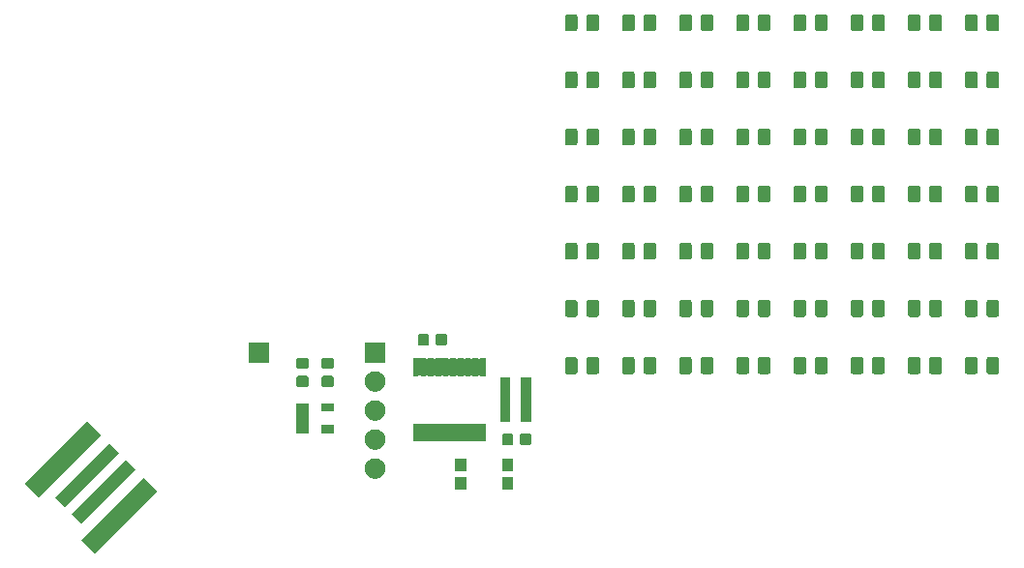
<source format=gbr>
G04 #@! TF.GenerationSoftware,KiCad,Pcbnew,(5.1.5-0-10_14)*
G04 #@! TF.CreationDate,2020-08-04T22:07:34-06:00*
G04 #@! TF.ProjectId,business_card_v1,62757369-6e65-4737-935f-636172645f76,rev?*
G04 #@! TF.SameCoordinates,Original*
G04 #@! TF.FileFunction,Soldermask,Top*
G04 #@! TF.FilePolarity,Negative*
%FSLAX46Y46*%
G04 Gerber Fmt 4.6, Leading zero omitted, Abs format (unit mm)*
G04 Created by KiCad (PCBNEW (5.1.5-0-10_14)) date 2020-08-04 22:07:34*
%MOMM*%
%LPD*%
G04 APERTURE LIST*
%ADD10C,0.100000*%
G04 APERTURE END LIST*
D10*
G36*
X117627397Y-123037275D02*
G01*
X112180412Y-128484260D01*
X110976067Y-127279915D01*
X116423052Y-121832930D01*
X117627397Y-123037275D01*
G37*
G36*
X115682854Y-121092731D02*
G01*
X110942975Y-125832610D01*
X110092184Y-124981819D01*
X114832063Y-120241940D01*
X115682854Y-121092731D01*
G37*
G36*
X114268640Y-119678517D02*
G01*
X109528761Y-124418396D01*
X108677970Y-123567605D01*
X113417849Y-118827726D01*
X114268640Y-119678517D01*
G37*
G36*
X112677650Y-118087528D02*
G01*
X107230665Y-123534513D01*
X106026320Y-122330168D01*
X111473305Y-116883183D01*
X112677650Y-118087528D01*
G37*
G36*
X148751000Y-122851000D02*
G01*
X147749000Y-122851000D01*
X147749000Y-121749000D01*
X148751000Y-121749000D01*
X148751000Y-122851000D01*
G37*
G36*
X144651000Y-122851000D02*
G01*
X143649000Y-122851000D01*
X143649000Y-121749000D01*
X144651000Y-121749000D01*
X144651000Y-122851000D01*
G37*
G36*
X136763512Y-120113927D02*
G01*
X136912812Y-120143624D01*
X137076784Y-120211544D01*
X137224354Y-120310147D01*
X137349853Y-120435646D01*
X137448456Y-120583216D01*
X137516376Y-120747188D01*
X137551000Y-120921259D01*
X137551000Y-121098741D01*
X137516376Y-121272812D01*
X137448456Y-121436784D01*
X137349853Y-121584354D01*
X137224354Y-121709853D01*
X137076784Y-121808456D01*
X136912812Y-121876376D01*
X136763512Y-121906073D01*
X136738742Y-121911000D01*
X136561258Y-121911000D01*
X136536488Y-121906073D01*
X136387188Y-121876376D01*
X136223216Y-121808456D01*
X136075646Y-121709853D01*
X135950147Y-121584354D01*
X135851544Y-121436784D01*
X135783624Y-121272812D01*
X135749000Y-121098741D01*
X135749000Y-120921259D01*
X135783624Y-120747188D01*
X135851544Y-120583216D01*
X135950147Y-120435646D01*
X136075646Y-120310147D01*
X136223216Y-120211544D01*
X136387188Y-120143624D01*
X136536488Y-120113927D01*
X136561258Y-120109000D01*
X136738742Y-120109000D01*
X136763512Y-120113927D01*
G37*
G36*
X144651000Y-121251000D02*
G01*
X143649000Y-121251000D01*
X143649000Y-120149000D01*
X144651000Y-120149000D01*
X144651000Y-121251000D01*
G37*
G36*
X148751000Y-121251000D02*
G01*
X147749000Y-121251000D01*
X147749000Y-120149000D01*
X148751000Y-120149000D01*
X148751000Y-121251000D01*
G37*
G36*
X136763512Y-117573927D02*
G01*
X136912812Y-117603624D01*
X137076784Y-117671544D01*
X137224354Y-117770147D01*
X137349853Y-117895646D01*
X137448456Y-118043216D01*
X137516376Y-118207188D01*
X137551000Y-118381259D01*
X137551000Y-118558741D01*
X137516376Y-118732812D01*
X137448456Y-118896784D01*
X137349853Y-119044354D01*
X137224354Y-119169853D01*
X137076784Y-119268456D01*
X136912812Y-119336376D01*
X136763512Y-119366073D01*
X136738742Y-119371000D01*
X136561258Y-119371000D01*
X136536488Y-119366073D01*
X136387188Y-119336376D01*
X136223216Y-119268456D01*
X136075646Y-119169853D01*
X135950147Y-119044354D01*
X135851544Y-118896784D01*
X135783624Y-118732812D01*
X135749000Y-118558741D01*
X135749000Y-118381259D01*
X135783624Y-118207188D01*
X135851544Y-118043216D01*
X135950147Y-117895646D01*
X136075646Y-117770147D01*
X136223216Y-117671544D01*
X136387188Y-117603624D01*
X136536488Y-117573927D01*
X136561258Y-117569000D01*
X136738742Y-117569000D01*
X136763512Y-117573927D01*
G37*
G36*
X150159591Y-117953085D02*
G01*
X150193569Y-117963393D01*
X150224890Y-117980134D01*
X150252339Y-118002661D01*
X150274866Y-118030110D01*
X150291607Y-118061431D01*
X150301915Y-118095409D01*
X150306000Y-118136890D01*
X150306000Y-118813110D01*
X150301915Y-118854591D01*
X150291607Y-118888569D01*
X150274866Y-118919890D01*
X150252339Y-118947339D01*
X150224890Y-118969866D01*
X150193569Y-118986607D01*
X150159591Y-118996915D01*
X150118110Y-119001000D01*
X149516890Y-119001000D01*
X149475409Y-118996915D01*
X149441431Y-118986607D01*
X149410110Y-118969866D01*
X149382661Y-118947339D01*
X149360134Y-118919890D01*
X149343393Y-118888569D01*
X149333085Y-118854591D01*
X149329000Y-118813110D01*
X149329000Y-118136890D01*
X149333085Y-118095409D01*
X149343393Y-118061431D01*
X149360134Y-118030110D01*
X149382661Y-118002661D01*
X149410110Y-117980134D01*
X149441431Y-117963393D01*
X149475409Y-117953085D01*
X149516890Y-117949000D01*
X150118110Y-117949000D01*
X150159591Y-117953085D01*
G37*
G36*
X148584591Y-117953085D02*
G01*
X148618569Y-117963393D01*
X148649890Y-117980134D01*
X148677339Y-118002661D01*
X148699866Y-118030110D01*
X148716607Y-118061431D01*
X148726915Y-118095409D01*
X148731000Y-118136890D01*
X148731000Y-118813110D01*
X148726915Y-118854591D01*
X148716607Y-118888569D01*
X148699866Y-118919890D01*
X148677339Y-118947339D01*
X148649890Y-118969866D01*
X148618569Y-118986607D01*
X148584591Y-118996915D01*
X148543110Y-119001000D01*
X147941890Y-119001000D01*
X147900409Y-118996915D01*
X147866431Y-118986607D01*
X147835110Y-118969866D01*
X147807661Y-118947339D01*
X147785134Y-118919890D01*
X147768393Y-118888569D01*
X147758085Y-118854591D01*
X147754000Y-118813110D01*
X147754000Y-118136890D01*
X147758085Y-118095409D01*
X147768393Y-118061431D01*
X147785134Y-118030110D01*
X147807661Y-118002661D01*
X147835110Y-117980134D01*
X147866431Y-117963393D01*
X147900409Y-117953085D01*
X147941890Y-117949000D01*
X148543110Y-117949000D01*
X148584591Y-117953085D01*
G37*
G36*
X140422670Y-117076303D02*
G01*
X140434375Y-117079854D01*
X140445165Y-117085621D01*
X140459188Y-117097130D01*
X140468204Y-117106145D01*
X140488578Y-117119759D01*
X140511217Y-117129135D01*
X140535251Y-117133915D01*
X140559755Y-117133915D01*
X140583788Y-117129134D01*
X140606426Y-117119756D01*
X140626801Y-117106142D01*
X140635817Y-117097126D01*
X140649835Y-117085621D01*
X140660625Y-117079854D01*
X140672330Y-117076303D01*
X140690638Y-117074500D01*
X141054362Y-117074500D01*
X141072670Y-117076303D01*
X141084375Y-117079854D01*
X141095165Y-117085621D01*
X141109188Y-117097130D01*
X141118204Y-117106145D01*
X141138578Y-117119759D01*
X141161217Y-117129135D01*
X141185251Y-117133915D01*
X141209755Y-117133915D01*
X141233788Y-117129134D01*
X141256426Y-117119756D01*
X141276801Y-117106142D01*
X141285817Y-117097126D01*
X141299835Y-117085621D01*
X141310625Y-117079854D01*
X141322330Y-117076303D01*
X141340638Y-117074500D01*
X141704362Y-117074500D01*
X141722670Y-117076303D01*
X141734375Y-117079854D01*
X141745165Y-117085621D01*
X141759188Y-117097130D01*
X141768204Y-117106145D01*
X141788578Y-117119759D01*
X141811217Y-117129135D01*
X141835251Y-117133915D01*
X141859755Y-117133915D01*
X141883788Y-117129134D01*
X141906426Y-117119756D01*
X141926801Y-117106142D01*
X141935817Y-117097126D01*
X141949835Y-117085621D01*
X141960625Y-117079854D01*
X141972330Y-117076303D01*
X141990638Y-117074500D01*
X142354362Y-117074500D01*
X142372670Y-117076303D01*
X142384375Y-117079854D01*
X142395165Y-117085621D01*
X142409188Y-117097130D01*
X142418204Y-117106145D01*
X142438578Y-117119759D01*
X142461217Y-117129135D01*
X142485251Y-117133915D01*
X142509755Y-117133915D01*
X142533788Y-117129134D01*
X142556426Y-117119756D01*
X142576801Y-117106142D01*
X142585817Y-117097126D01*
X142599835Y-117085621D01*
X142610625Y-117079854D01*
X142622330Y-117076303D01*
X142640638Y-117074500D01*
X143004362Y-117074500D01*
X143022670Y-117076303D01*
X143034375Y-117079854D01*
X143045165Y-117085621D01*
X143059188Y-117097130D01*
X143068204Y-117106145D01*
X143088578Y-117119759D01*
X143111217Y-117129135D01*
X143135251Y-117133915D01*
X143159755Y-117133915D01*
X143183788Y-117129134D01*
X143206426Y-117119756D01*
X143226801Y-117106142D01*
X143235817Y-117097126D01*
X143249835Y-117085621D01*
X143260625Y-117079854D01*
X143272330Y-117076303D01*
X143290638Y-117074500D01*
X143654362Y-117074500D01*
X143672670Y-117076303D01*
X143684375Y-117079854D01*
X143695165Y-117085621D01*
X143709188Y-117097130D01*
X143718204Y-117106145D01*
X143738578Y-117119759D01*
X143761217Y-117129135D01*
X143785251Y-117133915D01*
X143809755Y-117133915D01*
X143833788Y-117129134D01*
X143856426Y-117119756D01*
X143876801Y-117106142D01*
X143885817Y-117097126D01*
X143899835Y-117085621D01*
X143910625Y-117079854D01*
X143922330Y-117076303D01*
X143940638Y-117074500D01*
X144304362Y-117074500D01*
X144322670Y-117076303D01*
X144334375Y-117079854D01*
X144345165Y-117085621D01*
X144359188Y-117097130D01*
X144368204Y-117106145D01*
X144388578Y-117119759D01*
X144411217Y-117129135D01*
X144435251Y-117133915D01*
X144459755Y-117133915D01*
X144483788Y-117129134D01*
X144506426Y-117119756D01*
X144526801Y-117106142D01*
X144535817Y-117097126D01*
X144549835Y-117085621D01*
X144560625Y-117079854D01*
X144572330Y-117076303D01*
X144590638Y-117074500D01*
X144954362Y-117074500D01*
X144972670Y-117076303D01*
X144984375Y-117079854D01*
X144995165Y-117085621D01*
X145009188Y-117097130D01*
X145018204Y-117106145D01*
X145038578Y-117119759D01*
X145061217Y-117129135D01*
X145085251Y-117133915D01*
X145109755Y-117133915D01*
X145133788Y-117129134D01*
X145156426Y-117119756D01*
X145176801Y-117106142D01*
X145185817Y-117097126D01*
X145199835Y-117085621D01*
X145210625Y-117079854D01*
X145222330Y-117076303D01*
X145240638Y-117074500D01*
X145604362Y-117074500D01*
X145622670Y-117076303D01*
X145634375Y-117079854D01*
X145645165Y-117085621D01*
X145659188Y-117097130D01*
X145668204Y-117106145D01*
X145688578Y-117119759D01*
X145711217Y-117129135D01*
X145735251Y-117133915D01*
X145759755Y-117133915D01*
X145783788Y-117129134D01*
X145806426Y-117119756D01*
X145826801Y-117106142D01*
X145835817Y-117097126D01*
X145849835Y-117085621D01*
X145860625Y-117079854D01*
X145872330Y-117076303D01*
X145890638Y-117074500D01*
X146254362Y-117074500D01*
X146272670Y-117076303D01*
X146284375Y-117079854D01*
X146295165Y-117085621D01*
X146304619Y-117093381D01*
X146312379Y-117102835D01*
X146318146Y-117113625D01*
X146321697Y-117125330D01*
X146323500Y-117143638D01*
X146323500Y-118582362D01*
X146321697Y-118600670D01*
X146318146Y-118612375D01*
X146312379Y-118623165D01*
X146304619Y-118632619D01*
X146295165Y-118640379D01*
X146284375Y-118646146D01*
X146272670Y-118649697D01*
X146254362Y-118651500D01*
X145890638Y-118651500D01*
X145872330Y-118649697D01*
X145860625Y-118646146D01*
X145849835Y-118640379D01*
X145835812Y-118628870D01*
X145826796Y-118619855D01*
X145806422Y-118606241D01*
X145783783Y-118596865D01*
X145759749Y-118592085D01*
X145735245Y-118592085D01*
X145711212Y-118596866D01*
X145688574Y-118606244D01*
X145668199Y-118619858D01*
X145659183Y-118628874D01*
X145645165Y-118640379D01*
X145634375Y-118646146D01*
X145622670Y-118649697D01*
X145604362Y-118651500D01*
X145240638Y-118651500D01*
X145222330Y-118649697D01*
X145210625Y-118646146D01*
X145199835Y-118640379D01*
X145185812Y-118628870D01*
X145176796Y-118619855D01*
X145156422Y-118606241D01*
X145133783Y-118596865D01*
X145109749Y-118592085D01*
X145085245Y-118592085D01*
X145061212Y-118596866D01*
X145038574Y-118606244D01*
X145018199Y-118619858D01*
X145009183Y-118628874D01*
X144995165Y-118640379D01*
X144984375Y-118646146D01*
X144972670Y-118649697D01*
X144954362Y-118651500D01*
X144590638Y-118651500D01*
X144572330Y-118649697D01*
X144560625Y-118646146D01*
X144549835Y-118640379D01*
X144535812Y-118628870D01*
X144526796Y-118619855D01*
X144506422Y-118606241D01*
X144483783Y-118596865D01*
X144459749Y-118592085D01*
X144435245Y-118592085D01*
X144411212Y-118596866D01*
X144388574Y-118606244D01*
X144368199Y-118619858D01*
X144359183Y-118628874D01*
X144345165Y-118640379D01*
X144334375Y-118646146D01*
X144322670Y-118649697D01*
X144304362Y-118651500D01*
X143940638Y-118651500D01*
X143922330Y-118649697D01*
X143910625Y-118646146D01*
X143899835Y-118640379D01*
X143885812Y-118628870D01*
X143876796Y-118619855D01*
X143856422Y-118606241D01*
X143833783Y-118596865D01*
X143809749Y-118592085D01*
X143785245Y-118592085D01*
X143761212Y-118596866D01*
X143738574Y-118606244D01*
X143718199Y-118619858D01*
X143709183Y-118628874D01*
X143695165Y-118640379D01*
X143684375Y-118646146D01*
X143672670Y-118649697D01*
X143654362Y-118651500D01*
X143290638Y-118651500D01*
X143272330Y-118649697D01*
X143260625Y-118646146D01*
X143249835Y-118640379D01*
X143235812Y-118628870D01*
X143226796Y-118619855D01*
X143206422Y-118606241D01*
X143183783Y-118596865D01*
X143159749Y-118592085D01*
X143135245Y-118592085D01*
X143111212Y-118596866D01*
X143088574Y-118606244D01*
X143068199Y-118619858D01*
X143059183Y-118628874D01*
X143045165Y-118640379D01*
X143034375Y-118646146D01*
X143022670Y-118649697D01*
X143004362Y-118651500D01*
X142640638Y-118651500D01*
X142622330Y-118649697D01*
X142610625Y-118646146D01*
X142599835Y-118640379D01*
X142585812Y-118628870D01*
X142576796Y-118619855D01*
X142556422Y-118606241D01*
X142533783Y-118596865D01*
X142509749Y-118592085D01*
X142485245Y-118592085D01*
X142461212Y-118596866D01*
X142438574Y-118606244D01*
X142418199Y-118619858D01*
X142409183Y-118628874D01*
X142395165Y-118640379D01*
X142384375Y-118646146D01*
X142372670Y-118649697D01*
X142354362Y-118651500D01*
X141990638Y-118651500D01*
X141972330Y-118649697D01*
X141960625Y-118646146D01*
X141949835Y-118640379D01*
X141935812Y-118628870D01*
X141926796Y-118619855D01*
X141906422Y-118606241D01*
X141883783Y-118596865D01*
X141859749Y-118592085D01*
X141835245Y-118592085D01*
X141811212Y-118596866D01*
X141788574Y-118606244D01*
X141768199Y-118619858D01*
X141759183Y-118628874D01*
X141745165Y-118640379D01*
X141734375Y-118646146D01*
X141722670Y-118649697D01*
X141704362Y-118651500D01*
X141340638Y-118651500D01*
X141322330Y-118649697D01*
X141310625Y-118646146D01*
X141299835Y-118640379D01*
X141285812Y-118628870D01*
X141276796Y-118619855D01*
X141256422Y-118606241D01*
X141233783Y-118596865D01*
X141209749Y-118592085D01*
X141185245Y-118592085D01*
X141161212Y-118596866D01*
X141138574Y-118606244D01*
X141118199Y-118619858D01*
X141109183Y-118628874D01*
X141095165Y-118640379D01*
X141084375Y-118646146D01*
X141072670Y-118649697D01*
X141054362Y-118651500D01*
X140690638Y-118651500D01*
X140672330Y-118649697D01*
X140660625Y-118646146D01*
X140649835Y-118640379D01*
X140635812Y-118628870D01*
X140626796Y-118619855D01*
X140606422Y-118606241D01*
X140583783Y-118596865D01*
X140559749Y-118592085D01*
X140535245Y-118592085D01*
X140511212Y-118596866D01*
X140488574Y-118606244D01*
X140468199Y-118619858D01*
X140459183Y-118628874D01*
X140445165Y-118640379D01*
X140434375Y-118646146D01*
X140422670Y-118649697D01*
X140404362Y-118651500D01*
X140040638Y-118651500D01*
X140022330Y-118649697D01*
X140010625Y-118646146D01*
X139999835Y-118640379D01*
X139990381Y-118632619D01*
X139982621Y-118623165D01*
X139976854Y-118612375D01*
X139973303Y-118600670D01*
X139971500Y-118582362D01*
X139971500Y-117143638D01*
X139973303Y-117125330D01*
X139976854Y-117113625D01*
X139982621Y-117102835D01*
X139990381Y-117093381D01*
X139999835Y-117085621D01*
X140010625Y-117079854D01*
X140022330Y-117076303D01*
X140040638Y-117074500D01*
X140404362Y-117074500D01*
X140422670Y-117076303D01*
G37*
G36*
X133081000Y-117941000D02*
G01*
X131919000Y-117941000D01*
X131919000Y-117189000D01*
X133081000Y-117189000D01*
X133081000Y-117941000D01*
G37*
G36*
X130881000Y-117941000D02*
G01*
X129719000Y-117941000D01*
X129719000Y-115289000D01*
X130881000Y-115289000D01*
X130881000Y-117941000D01*
G37*
G36*
X150301000Y-116951000D02*
G01*
X149399000Y-116951000D01*
X149399000Y-113049000D01*
X150301000Y-113049000D01*
X150301000Y-116951000D01*
G37*
G36*
X148501000Y-116951000D02*
G01*
X147599000Y-116951000D01*
X147599000Y-113049000D01*
X148501000Y-113049000D01*
X148501000Y-116951000D01*
G37*
G36*
X136763512Y-115033927D02*
G01*
X136912812Y-115063624D01*
X137076784Y-115131544D01*
X137224354Y-115230147D01*
X137349853Y-115355646D01*
X137448456Y-115503216D01*
X137516376Y-115667188D01*
X137551000Y-115841259D01*
X137551000Y-116018741D01*
X137516376Y-116192812D01*
X137448456Y-116356784D01*
X137349853Y-116504354D01*
X137224354Y-116629853D01*
X137076784Y-116728456D01*
X136912812Y-116796376D01*
X136763512Y-116826073D01*
X136738742Y-116831000D01*
X136561258Y-116831000D01*
X136536488Y-116826073D01*
X136387188Y-116796376D01*
X136223216Y-116728456D01*
X136075646Y-116629853D01*
X135950147Y-116504354D01*
X135851544Y-116356784D01*
X135783624Y-116192812D01*
X135749000Y-116018741D01*
X135749000Y-115841259D01*
X135783624Y-115667188D01*
X135851544Y-115503216D01*
X135950147Y-115355646D01*
X136075646Y-115230147D01*
X136223216Y-115131544D01*
X136387188Y-115063624D01*
X136536488Y-115033927D01*
X136561258Y-115029000D01*
X136738742Y-115029000D01*
X136763512Y-115033927D01*
G37*
G36*
X133081000Y-116041000D02*
G01*
X131919000Y-116041000D01*
X131919000Y-115289000D01*
X133081000Y-115289000D01*
X133081000Y-116041000D01*
G37*
G36*
X136763512Y-112493927D02*
G01*
X136912812Y-112523624D01*
X137076784Y-112591544D01*
X137224354Y-112690147D01*
X137349853Y-112815646D01*
X137448456Y-112963216D01*
X137516376Y-113127188D01*
X137551000Y-113301259D01*
X137551000Y-113478741D01*
X137516376Y-113652812D01*
X137448456Y-113816784D01*
X137349853Y-113964354D01*
X137224354Y-114089853D01*
X137076784Y-114188456D01*
X136912812Y-114256376D01*
X136763512Y-114286073D01*
X136738742Y-114291000D01*
X136561258Y-114291000D01*
X136536488Y-114286073D01*
X136387188Y-114256376D01*
X136223216Y-114188456D01*
X136075646Y-114089853D01*
X135950147Y-113964354D01*
X135851544Y-113816784D01*
X135783624Y-113652812D01*
X135749000Y-113478741D01*
X135749000Y-113301259D01*
X135783624Y-113127188D01*
X135851544Y-112963216D01*
X135950147Y-112815646D01*
X136075646Y-112690147D01*
X136223216Y-112591544D01*
X136387188Y-112523624D01*
X136536488Y-112493927D01*
X136561258Y-112489000D01*
X136738742Y-112489000D01*
X136763512Y-112493927D01*
G37*
G36*
X132879591Y-112903085D02*
G01*
X132913569Y-112913393D01*
X132944890Y-112930134D01*
X132972339Y-112952661D01*
X132994866Y-112980110D01*
X133011607Y-113011431D01*
X133021915Y-113045409D01*
X133026000Y-113086890D01*
X133026000Y-113688110D01*
X133021915Y-113729591D01*
X133011607Y-113763569D01*
X132994866Y-113794890D01*
X132972339Y-113822339D01*
X132944890Y-113844866D01*
X132913569Y-113861607D01*
X132879591Y-113871915D01*
X132838110Y-113876000D01*
X132161890Y-113876000D01*
X132120409Y-113871915D01*
X132086431Y-113861607D01*
X132055110Y-113844866D01*
X132027661Y-113822339D01*
X132005134Y-113794890D01*
X131988393Y-113763569D01*
X131978085Y-113729591D01*
X131974000Y-113688110D01*
X131974000Y-113086890D01*
X131978085Y-113045409D01*
X131988393Y-113011431D01*
X132005134Y-112980110D01*
X132027661Y-112952661D01*
X132055110Y-112930134D01*
X132086431Y-112913393D01*
X132120409Y-112903085D01*
X132161890Y-112899000D01*
X132838110Y-112899000D01*
X132879591Y-112903085D01*
G37*
G36*
X130679591Y-112903085D02*
G01*
X130713569Y-112913393D01*
X130744890Y-112930134D01*
X130772339Y-112952661D01*
X130794866Y-112980110D01*
X130811607Y-113011431D01*
X130821915Y-113045409D01*
X130826000Y-113086890D01*
X130826000Y-113688110D01*
X130821915Y-113729591D01*
X130811607Y-113763569D01*
X130794866Y-113794890D01*
X130772339Y-113822339D01*
X130744890Y-113844866D01*
X130713569Y-113861607D01*
X130679591Y-113871915D01*
X130638110Y-113876000D01*
X129961890Y-113876000D01*
X129920409Y-113871915D01*
X129886431Y-113861607D01*
X129855110Y-113844866D01*
X129827661Y-113822339D01*
X129805134Y-113794890D01*
X129788393Y-113763569D01*
X129778085Y-113729591D01*
X129774000Y-113688110D01*
X129774000Y-113086890D01*
X129778085Y-113045409D01*
X129788393Y-113011431D01*
X129805134Y-112980110D01*
X129827661Y-112952661D01*
X129855110Y-112930134D01*
X129886431Y-112913393D01*
X129920409Y-112903085D01*
X129961890Y-112899000D01*
X130638110Y-112899000D01*
X130679591Y-112903085D01*
G37*
G36*
X140422670Y-111351303D02*
G01*
X140434375Y-111354854D01*
X140445165Y-111360621D01*
X140459188Y-111372130D01*
X140468204Y-111381145D01*
X140488578Y-111394759D01*
X140511217Y-111404135D01*
X140535251Y-111408915D01*
X140559755Y-111408915D01*
X140583788Y-111404134D01*
X140606426Y-111394756D01*
X140626801Y-111381142D01*
X140635817Y-111372126D01*
X140649835Y-111360621D01*
X140660625Y-111354854D01*
X140672330Y-111351303D01*
X140690638Y-111349500D01*
X141054362Y-111349500D01*
X141072670Y-111351303D01*
X141084375Y-111354854D01*
X141095165Y-111360621D01*
X141109188Y-111372130D01*
X141118204Y-111381145D01*
X141138578Y-111394759D01*
X141161217Y-111404135D01*
X141185251Y-111408915D01*
X141209755Y-111408915D01*
X141233788Y-111404134D01*
X141256426Y-111394756D01*
X141276801Y-111381142D01*
X141285817Y-111372126D01*
X141299835Y-111360621D01*
X141310625Y-111354854D01*
X141322330Y-111351303D01*
X141340638Y-111349500D01*
X141704362Y-111349500D01*
X141722670Y-111351303D01*
X141734375Y-111354854D01*
X141745165Y-111360621D01*
X141759188Y-111372130D01*
X141768204Y-111381145D01*
X141788578Y-111394759D01*
X141811217Y-111404135D01*
X141835251Y-111408915D01*
X141859755Y-111408915D01*
X141883788Y-111404134D01*
X141906426Y-111394756D01*
X141926801Y-111381142D01*
X141935817Y-111372126D01*
X141949835Y-111360621D01*
X141960625Y-111354854D01*
X141972330Y-111351303D01*
X141990638Y-111349500D01*
X142354362Y-111349500D01*
X142372670Y-111351303D01*
X142384375Y-111354854D01*
X142395165Y-111360621D01*
X142409188Y-111372130D01*
X142418204Y-111381145D01*
X142438578Y-111394759D01*
X142461217Y-111404135D01*
X142485251Y-111408915D01*
X142509755Y-111408915D01*
X142533788Y-111404134D01*
X142556426Y-111394756D01*
X142576801Y-111381142D01*
X142585817Y-111372126D01*
X142599835Y-111360621D01*
X142610625Y-111354854D01*
X142622330Y-111351303D01*
X142640638Y-111349500D01*
X143004362Y-111349500D01*
X143022670Y-111351303D01*
X143034375Y-111354854D01*
X143045165Y-111360621D01*
X143059188Y-111372130D01*
X143068204Y-111381145D01*
X143088578Y-111394759D01*
X143111217Y-111404135D01*
X143135251Y-111408915D01*
X143159755Y-111408915D01*
X143183788Y-111404134D01*
X143206426Y-111394756D01*
X143226801Y-111381142D01*
X143235817Y-111372126D01*
X143249835Y-111360621D01*
X143260625Y-111354854D01*
X143272330Y-111351303D01*
X143290638Y-111349500D01*
X143654362Y-111349500D01*
X143672670Y-111351303D01*
X143684375Y-111354854D01*
X143695165Y-111360621D01*
X143709188Y-111372130D01*
X143718204Y-111381145D01*
X143738578Y-111394759D01*
X143761217Y-111404135D01*
X143785251Y-111408915D01*
X143809755Y-111408915D01*
X143833788Y-111404134D01*
X143856426Y-111394756D01*
X143876801Y-111381142D01*
X143885817Y-111372126D01*
X143899835Y-111360621D01*
X143910625Y-111354854D01*
X143922330Y-111351303D01*
X143940638Y-111349500D01*
X144304362Y-111349500D01*
X144322670Y-111351303D01*
X144334375Y-111354854D01*
X144345165Y-111360621D01*
X144359188Y-111372130D01*
X144368204Y-111381145D01*
X144388578Y-111394759D01*
X144411217Y-111404135D01*
X144435251Y-111408915D01*
X144459755Y-111408915D01*
X144483788Y-111404134D01*
X144506426Y-111394756D01*
X144526801Y-111381142D01*
X144535817Y-111372126D01*
X144549835Y-111360621D01*
X144560625Y-111354854D01*
X144572330Y-111351303D01*
X144590638Y-111349500D01*
X144954362Y-111349500D01*
X144972670Y-111351303D01*
X144984375Y-111354854D01*
X144995165Y-111360621D01*
X145009188Y-111372130D01*
X145018204Y-111381145D01*
X145038578Y-111394759D01*
X145061217Y-111404135D01*
X145085251Y-111408915D01*
X145109755Y-111408915D01*
X145133788Y-111404134D01*
X145156426Y-111394756D01*
X145176801Y-111381142D01*
X145185817Y-111372126D01*
X145199835Y-111360621D01*
X145210625Y-111354854D01*
X145222330Y-111351303D01*
X145240638Y-111349500D01*
X145604362Y-111349500D01*
X145622670Y-111351303D01*
X145634375Y-111354854D01*
X145645165Y-111360621D01*
X145659188Y-111372130D01*
X145668204Y-111381145D01*
X145688578Y-111394759D01*
X145711217Y-111404135D01*
X145735251Y-111408915D01*
X145759755Y-111408915D01*
X145783788Y-111404134D01*
X145806426Y-111394756D01*
X145826801Y-111381142D01*
X145835817Y-111372126D01*
X145849835Y-111360621D01*
X145860625Y-111354854D01*
X145872330Y-111351303D01*
X145890638Y-111349500D01*
X146254362Y-111349500D01*
X146272670Y-111351303D01*
X146284375Y-111354854D01*
X146295165Y-111360621D01*
X146304619Y-111368381D01*
X146312379Y-111377835D01*
X146318146Y-111388625D01*
X146321697Y-111400330D01*
X146323500Y-111418638D01*
X146323500Y-112857362D01*
X146321697Y-112875670D01*
X146318146Y-112887375D01*
X146312379Y-112898165D01*
X146304619Y-112907619D01*
X146295165Y-112915379D01*
X146284375Y-112921146D01*
X146272670Y-112924697D01*
X146254362Y-112926500D01*
X145890638Y-112926500D01*
X145872330Y-112924697D01*
X145860625Y-112921146D01*
X145849835Y-112915379D01*
X145835812Y-112903870D01*
X145826796Y-112894855D01*
X145806422Y-112881241D01*
X145783783Y-112871865D01*
X145759749Y-112867085D01*
X145735245Y-112867085D01*
X145711212Y-112871866D01*
X145688574Y-112881244D01*
X145668199Y-112894858D01*
X145659183Y-112903874D01*
X145645165Y-112915379D01*
X145634375Y-112921146D01*
X145622670Y-112924697D01*
X145604362Y-112926500D01*
X145240638Y-112926500D01*
X145222330Y-112924697D01*
X145210625Y-112921146D01*
X145199835Y-112915379D01*
X145185812Y-112903870D01*
X145176796Y-112894855D01*
X145156422Y-112881241D01*
X145133783Y-112871865D01*
X145109749Y-112867085D01*
X145085245Y-112867085D01*
X145061212Y-112871866D01*
X145038574Y-112881244D01*
X145018199Y-112894858D01*
X145009183Y-112903874D01*
X144995165Y-112915379D01*
X144984375Y-112921146D01*
X144972670Y-112924697D01*
X144954362Y-112926500D01*
X144590638Y-112926500D01*
X144572330Y-112924697D01*
X144560625Y-112921146D01*
X144549835Y-112915379D01*
X144535812Y-112903870D01*
X144526796Y-112894855D01*
X144506422Y-112881241D01*
X144483783Y-112871865D01*
X144459749Y-112867085D01*
X144435245Y-112867085D01*
X144411212Y-112871866D01*
X144388574Y-112881244D01*
X144368199Y-112894858D01*
X144359183Y-112903874D01*
X144345165Y-112915379D01*
X144334375Y-112921146D01*
X144322670Y-112924697D01*
X144304362Y-112926500D01*
X143940638Y-112926500D01*
X143922330Y-112924697D01*
X143910625Y-112921146D01*
X143899835Y-112915379D01*
X143885812Y-112903870D01*
X143876796Y-112894855D01*
X143856422Y-112881241D01*
X143833783Y-112871865D01*
X143809749Y-112867085D01*
X143785245Y-112867085D01*
X143761212Y-112871866D01*
X143738574Y-112881244D01*
X143718199Y-112894858D01*
X143709183Y-112903874D01*
X143695165Y-112915379D01*
X143684375Y-112921146D01*
X143672670Y-112924697D01*
X143654362Y-112926500D01*
X143290638Y-112926500D01*
X143272330Y-112924697D01*
X143260625Y-112921146D01*
X143249835Y-112915379D01*
X143235812Y-112903870D01*
X143226796Y-112894855D01*
X143206422Y-112881241D01*
X143183783Y-112871865D01*
X143159749Y-112867085D01*
X143135245Y-112867085D01*
X143111212Y-112871866D01*
X143088574Y-112881244D01*
X143068199Y-112894858D01*
X143059183Y-112903874D01*
X143045165Y-112915379D01*
X143034375Y-112921146D01*
X143022670Y-112924697D01*
X143004362Y-112926500D01*
X142640638Y-112926500D01*
X142622330Y-112924697D01*
X142610625Y-112921146D01*
X142599835Y-112915379D01*
X142585812Y-112903870D01*
X142576796Y-112894855D01*
X142556422Y-112881241D01*
X142533783Y-112871865D01*
X142509749Y-112867085D01*
X142485245Y-112867085D01*
X142461212Y-112871866D01*
X142438574Y-112881244D01*
X142418199Y-112894858D01*
X142409183Y-112903874D01*
X142395165Y-112915379D01*
X142384375Y-112921146D01*
X142372670Y-112924697D01*
X142354362Y-112926500D01*
X141990638Y-112926500D01*
X141972330Y-112924697D01*
X141960625Y-112921146D01*
X141949835Y-112915379D01*
X141935812Y-112903870D01*
X141926796Y-112894855D01*
X141906422Y-112881241D01*
X141883783Y-112871865D01*
X141859749Y-112867085D01*
X141835245Y-112867085D01*
X141811212Y-112871866D01*
X141788574Y-112881244D01*
X141768199Y-112894858D01*
X141759183Y-112903874D01*
X141745165Y-112915379D01*
X141734375Y-112921146D01*
X141722670Y-112924697D01*
X141704362Y-112926500D01*
X141340638Y-112926500D01*
X141322330Y-112924697D01*
X141310625Y-112921146D01*
X141299835Y-112915379D01*
X141285812Y-112903870D01*
X141276796Y-112894855D01*
X141256422Y-112881241D01*
X141233783Y-112871865D01*
X141209749Y-112867085D01*
X141185245Y-112867085D01*
X141161212Y-112871866D01*
X141138574Y-112881244D01*
X141118199Y-112894858D01*
X141109183Y-112903874D01*
X141095165Y-112915379D01*
X141084375Y-112921146D01*
X141072670Y-112924697D01*
X141054362Y-112926500D01*
X140690638Y-112926500D01*
X140672330Y-112924697D01*
X140660625Y-112921146D01*
X140649835Y-112915379D01*
X140635812Y-112903870D01*
X140626796Y-112894855D01*
X140606422Y-112881241D01*
X140583783Y-112871865D01*
X140559749Y-112867085D01*
X140535245Y-112867085D01*
X140511212Y-112871866D01*
X140488574Y-112881244D01*
X140468199Y-112894858D01*
X140459183Y-112903874D01*
X140445165Y-112915379D01*
X140434375Y-112921146D01*
X140422670Y-112924697D01*
X140404362Y-112926500D01*
X140040638Y-112926500D01*
X140022330Y-112924697D01*
X140010625Y-112921146D01*
X139999835Y-112915379D01*
X139990381Y-112907619D01*
X139982621Y-112898165D01*
X139976854Y-112887375D01*
X139973303Y-112875670D01*
X139971500Y-112857362D01*
X139971500Y-111418638D01*
X139973303Y-111400330D01*
X139976854Y-111388625D01*
X139982621Y-111377835D01*
X139990381Y-111368381D01*
X139999835Y-111360621D01*
X140010625Y-111354854D01*
X140022330Y-111351303D01*
X140040638Y-111349500D01*
X140404362Y-111349500D01*
X140422670Y-111351303D01*
G37*
G36*
X161059468Y-111253565D02*
G01*
X161098138Y-111265296D01*
X161133777Y-111284346D01*
X161165017Y-111309983D01*
X161190654Y-111341223D01*
X161209704Y-111376862D01*
X161221435Y-111415532D01*
X161226000Y-111461888D01*
X161226000Y-112538112D01*
X161221435Y-112584468D01*
X161209704Y-112623138D01*
X161190654Y-112658777D01*
X161165017Y-112690017D01*
X161133777Y-112715654D01*
X161098138Y-112734704D01*
X161059468Y-112746435D01*
X161013112Y-112751000D01*
X160361888Y-112751000D01*
X160315532Y-112746435D01*
X160276862Y-112734704D01*
X160241223Y-112715654D01*
X160209983Y-112690017D01*
X160184346Y-112658777D01*
X160165296Y-112623138D01*
X160153565Y-112584468D01*
X160149000Y-112538112D01*
X160149000Y-111461888D01*
X160153565Y-111415532D01*
X160165296Y-111376862D01*
X160184346Y-111341223D01*
X160209983Y-111309983D01*
X160241223Y-111284346D01*
X160276862Y-111265296D01*
X160315532Y-111253565D01*
X160361888Y-111249000D01*
X161013112Y-111249000D01*
X161059468Y-111253565D01*
G37*
G36*
X189184468Y-111253565D02*
G01*
X189223138Y-111265296D01*
X189258777Y-111284346D01*
X189290017Y-111309983D01*
X189315654Y-111341223D01*
X189334704Y-111376862D01*
X189346435Y-111415532D01*
X189351000Y-111461888D01*
X189351000Y-112538112D01*
X189346435Y-112584468D01*
X189334704Y-112623138D01*
X189315654Y-112658777D01*
X189290017Y-112690017D01*
X189258777Y-112715654D01*
X189223138Y-112734704D01*
X189184468Y-112746435D01*
X189138112Y-112751000D01*
X188486888Y-112751000D01*
X188440532Y-112746435D01*
X188401862Y-112734704D01*
X188366223Y-112715654D01*
X188334983Y-112690017D01*
X188309346Y-112658777D01*
X188290296Y-112623138D01*
X188278565Y-112584468D01*
X188274000Y-112538112D01*
X188274000Y-111461888D01*
X188278565Y-111415532D01*
X188290296Y-111376862D01*
X188309346Y-111341223D01*
X188334983Y-111309983D01*
X188366223Y-111284346D01*
X188401862Y-111265296D01*
X188440532Y-111253565D01*
X188486888Y-111249000D01*
X189138112Y-111249000D01*
X189184468Y-111253565D01*
G37*
G36*
X191059468Y-111253565D02*
G01*
X191098138Y-111265296D01*
X191133777Y-111284346D01*
X191165017Y-111309983D01*
X191190654Y-111341223D01*
X191209704Y-111376862D01*
X191221435Y-111415532D01*
X191226000Y-111461888D01*
X191226000Y-112538112D01*
X191221435Y-112584468D01*
X191209704Y-112623138D01*
X191190654Y-112658777D01*
X191165017Y-112690017D01*
X191133777Y-112715654D01*
X191098138Y-112734704D01*
X191059468Y-112746435D01*
X191013112Y-112751000D01*
X190361888Y-112751000D01*
X190315532Y-112746435D01*
X190276862Y-112734704D01*
X190241223Y-112715654D01*
X190209983Y-112690017D01*
X190184346Y-112658777D01*
X190165296Y-112623138D01*
X190153565Y-112584468D01*
X190149000Y-112538112D01*
X190149000Y-111461888D01*
X190153565Y-111415532D01*
X190165296Y-111376862D01*
X190184346Y-111341223D01*
X190209983Y-111309983D01*
X190241223Y-111284346D01*
X190276862Y-111265296D01*
X190315532Y-111253565D01*
X190361888Y-111249000D01*
X191013112Y-111249000D01*
X191059468Y-111253565D01*
G37*
G36*
X184184468Y-111253565D02*
G01*
X184223138Y-111265296D01*
X184258777Y-111284346D01*
X184290017Y-111309983D01*
X184315654Y-111341223D01*
X184334704Y-111376862D01*
X184346435Y-111415532D01*
X184351000Y-111461888D01*
X184351000Y-112538112D01*
X184346435Y-112584468D01*
X184334704Y-112623138D01*
X184315654Y-112658777D01*
X184290017Y-112690017D01*
X184258777Y-112715654D01*
X184223138Y-112734704D01*
X184184468Y-112746435D01*
X184138112Y-112751000D01*
X183486888Y-112751000D01*
X183440532Y-112746435D01*
X183401862Y-112734704D01*
X183366223Y-112715654D01*
X183334983Y-112690017D01*
X183309346Y-112658777D01*
X183290296Y-112623138D01*
X183278565Y-112584468D01*
X183274000Y-112538112D01*
X183274000Y-111461888D01*
X183278565Y-111415532D01*
X183290296Y-111376862D01*
X183309346Y-111341223D01*
X183334983Y-111309983D01*
X183366223Y-111284346D01*
X183401862Y-111265296D01*
X183440532Y-111253565D01*
X183486888Y-111249000D01*
X184138112Y-111249000D01*
X184184468Y-111253565D01*
G37*
G36*
X154184468Y-111253565D02*
G01*
X154223138Y-111265296D01*
X154258777Y-111284346D01*
X154290017Y-111309983D01*
X154315654Y-111341223D01*
X154334704Y-111376862D01*
X154346435Y-111415532D01*
X154351000Y-111461888D01*
X154351000Y-112538112D01*
X154346435Y-112584468D01*
X154334704Y-112623138D01*
X154315654Y-112658777D01*
X154290017Y-112690017D01*
X154258777Y-112715654D01*
X154223138Y-112734704D01*
X154184468Y-112746435D01*
X154138112Y-112751000D01*
X153486888Y-112751000D01*
X153440532Y-112746435D01*
X153401862Y-112734704D01*
X153366223Y-112715654D01*
X153334983Y-112690017D01*
X153309346Y-112658777D01*
X153290296Y-112623138D01*
X153278565Y-112584468D01*
X153274000Y-112538112D01*
X153274000Y-111461888D01*
X153278565Y-111415532D01*
X153290296Y-111376862D01*
X153309346Y-111341223D01*
X153334983Y-111309983D01*
X153366223Y-111284346D01*
X153401862Y-111265296D01*
X153440532Y-111253565D01*
X153486888Y-111249000D01*
X154138112Y-111249000D01*
X154184468Y-111253565D01*
G37*
G36*
X156059468Y-111253565D02*
G01*
X156098138Y-111265296D01*
X156133777Y-111284346D01*
X156165017Y-111309983D01*
X156190654Y-111341223D01*
X156209704Y-111376862D01*
X156221435Y-111415532D01*
X156226000Y-111461888D01*
X156226000Y-112538112D01*
X156221435Y-112584468D01*
X156209704Y-112623138D01*
X156190654Y-112658777D01*
X156165017Y-112690017D01*
X156133777Y-112715654D01*
X156098138Y-112734704D01*
X156059468Y-112746435D01*
X156013112Y-112751000D01*
X155361888Y-112751000D01*
X155315532Y-112746435D01*
X155276862Y-112734704D01*
X155241223Y-112715654D01*
X155209983Y-112690017D01*
X155184346Y-112658777D01*
X155165296Y-112623138D01*
X155153565Y-112584468D01*
X155149000Y-112538112D01*
X155149000Y-111461888D01*
X155153565Y-111415532D01*
X155165296Y-111376862D01*
X155184346Y-111341223D01*
X155209983Y-111309983D01*
X155241223Y-111284346D01*
X155276862Y-111265296D01*
X155315532Y-111253565D01*
X155361888Y-111249000D01*
X156013112Y-111249000D01*
X156059468Y-111253565D01*
G37*
G36*
X159184468Y-111253565D02*
G01*
X159223138Y-111265296D01*
X159258777Y-111284346D01*
X159290017Y-111309983D01*
X159315654Y-111341223D01*
X159334704Y-111376862D01*
X159346435Y-111415532D01*
X159351000Y-111461888D01*
X159351000Y-112538112D01*
X159346435Y-112584468D01*
X159334704Y-112623138D01*
X159315654Y-112658777D01*
X159290017Y-112690017D01*
X159258777Y-112715654D01*
X159223138Y-112734704D01*
X159184468Y-112746435D01*
X159138112Y-112751000D01*
X158486888Y-112751000D01*
X158440532Y-112746435D01*
X158401862Y-112734704D01*
X158366223Y-112715654D01*
X158334983Y-112690017D01*
X158309346Y-112658777D01*
X158290296Y-112623138D01*
X158278565Y-112584468D01*
X158274000Y-112538112D01*
X158274000Y-111461888D01*
X158278565Y-111415532D01*
X158290296Y-111376862D01*
X158309346Y-111341223D01*
X158334983Y-111309983D01*
X158366223Y-111284346D01*
X158401862Y-111265296D01*
X158440532Y-111253565D01*
X158486888Y-111249000D01*
X159138112Y-111249000D01*
X159184468Y-111253565D01*
G37*
G36*
X186059468Y-111253565D02*
G01*
X186098138Y-111265296D01*
X186133777Y-111284346D01*
X186165017Y-111309983D01*
X186190654Y-111341223D01*
X186209704Y-111376862D01*
X186221435Y-111415532D01*
X186226000Y-111461888D01*
X186226000Y-112538112D01*
X186221435Y-112584468D01*
X186209704Y-112623138D01*
X186190654Y-112658777D01*
X186165017Y-112690017D01*
X186133777Y-112715654D01*
X186098138Y-112734704D01*
X186059468Y-112746435D01*
X186013112Y-112751000D01*
X185361888Y-112751000D01*
X185315532Y-112746435D01*
X185276862Y-112734704D01*
X185241223Y-112715654D01*
X185209983Y-112690017D01*
X185184346Y-112658777D01*
X185165296Y-112623138D01*
X185153565Y-112584468D01*
X185149000Y-112538112D01*
X185149000Y-111461888D01*
X185153565Y-111415532D01*
X185165296Y-111376862D01*
X185184346Y-111341223D01*
X185209983Y-111309983D01*
X185241223Y-111284346D01*
X185276862Y-111265296D01*
X185315532Y-111253565D01*
X185361888Y-111249000D01*
X186013112Y-111249000D01*
X186059468Y-111253565D01*
G37*
G36*
X164184468Y-111253565D02*
G01*
X164223138Y-111265296D01*
X164258777Y-111284346D01*
X164290017Y-111309983D01*
X164315654Y-111341223D01*
X164334704Y-111376862D01*
X164346435Y-111415532D01*
X164351000Y-111461888D01*
X164351000Y-112538112D01*
X164346435Y-112584468D01*
X164334704Y-112623138D01*
X164315654Y-112658777D01*
X164290017Y-112690017D01*
X164258777Y-112715654D01*
X164223138Y-112734704D01*
X164184468Y-112746435D01*
X164138112Y-112751000D01*
X163486888Y-112751000D01*
X163440532Y-112746435D01*
X163401862Y-112734704D01*
X163366223Y-112715654D01*
X163334983Y-112690017D01*
X163309346Y-112658777D01*
X163290296Y-112623138D01*
X163278565Y-112584468D01*
X163274000Y-112538112D01*
X163274000Y-111461888D01*
X163278565Y-111415532D01*
X163290296Y-111376862D01*
X163309346Y-111341223D01*
X163334983Y-111309983D01*
X163366223Y-111284346D01*
X163401862Y-111265296D01*
X163440532Y-111253565D01*
X163486888Y-111249000D01*
X164138112Y-111249000D01*
X164184468Y-111253565D01*
G37*
G36*
X166059468Y-111253565D02*
G01*
X166098138Y-111265296D01*
X166133777Y-111284346D01*
X166165017Y-111309983D01*
X166190654Y-111341223D01*
X166209704Y-111376862D01*
X166221435Y-111415532D01*
X166226000Y-111461888D01*
X166226000Y-112538112D01*
X166221435Y-112584468D01*
X166209704Y-112623138D01*
X166190654Y-112658777D01*
X166165017Y-112690017D01*
X166133777Y-112715654D01*
X166098138Y-112734704D01*
X166059468Y-112746435D01*
X166013112Y-112751000D01*
X165361888Y-112751000D01*
X165315532Y-112746435D01*
X165276862Y-112734704D01*
X165241223Y-112715654D01*
X165209983Y-112690017D01*
X165184346Y-112658777D01*
X165165296Y-112623138D01*
X165153565Y-112584468D01*
X165149000Y-112538112D01*
X165149000Y-111461888D01*
X165153565Y-111415532D01*
X165165296Y-111376862D01*
X165184346Y-111341223D01*
X165209983Y-111309983D01*
X165241223Y-111284346D01*
X165276862Y-111265296D01*
X165315532Y-111253565D01*
X165361888Y-111249000D01*
X166013112Y-111249000D01*
X166059468Y-111253565D01*
G37*
G36*
X169184468Y-111253565D02*
G01*
X169223138Y-111265296D01*
X169258777Y-111284346D01*
X169290017Y-111309983D01*
X169315654Y-111341223D01*
X169334704Y-111376862D01*
X169346435Y-111415532D01*
X169351000Y-111461888D01*
X169351000Y-112538112D01*
X169346435Y-112584468D01*
X169334704Y-112623138D01*
X169315654Y-112658777D01*
X169290017Y-112690017D01*
X169258777Y-112715654D01*
X169223138Y-112734704D01*
X169184468Y-112746435D01*
X169138112Y-112751000D01*
X168486888Y-112751000D01*
X168440532Y-112746435D01*
X168401862Y-112734704D01*
X168366223Y-112715654D01*
X168334983Y-112690017D01*
X168309346Y-112658777D01*
X168290296Y-112623138D01*
X168278565Y-112584468D01*
X168274000Y-112538112D01*
X168274000Y-111461888D01*
X168278565Y-111415532D01*
X168290296Y-111376862D01*
X168309346Y-111341223D01*
X168334983Y-111309983D01*
X168366223Y-111284346D01*
X168401862Y-111265296D01*
X168440532Y-111253565D01*
X168486888Y-111249000D01*
X169138112Y-111249000D01*
X169184468Y-111253565D01*
G37*
G36*
X171059468Y-111253565D02*
G01*
X171098138Y-111265296D01*
X171133777Y-111284346D01*
X171165017Y-111309983D01*
X171190654Y-111341223D01*
X171209704Y-111376862D01*
X171221435Y-111415532D01*
X171226000Y-111461888D01*
X171226000Y-112538112D01*
X171221435Y-112584468D01*
X171209704Y-112623138D01*
X171190654Y-112658777D01*
X171165017Y-112690017D01*
X171133777Y-112715654D01*
X171098138Y-112734704D01*
X171059468Y-112746435D01*
X171013112Y-112751000D01*
X170361888Y-112751000D01*
X170315532Y-112746435D01*
X170276862Y-112734704D01*
X170241223Y-112715654D01*
X170209983Y-112690017D01*
X170184346Y-112658777D01*
X170165296Y-112623138D01*
X170153565Y-112584468D01*
X170149000Y-112538112D01*
X170149000Y-111461888D01*
X170153565Y-111415532D01*
X170165296Y-111376862D01*
X170184346Y-111341223D01*
X170209983Y-111309983D01*
X170241223Y-111284346D01*
X170276862Y-111265296D01*
X170315532Y-111253565D01*
X170361888Y-111249000D01*
X171013112Y-111249000D01*
X171059468Y-111253565D01*
G37*
G36*
X174184468Y-111253565D02*
G01*
X174223138Y-111265296D01*
X174258777Y-111284346D01*
X174290017Y-111309983D01*
X174315654Y-111341223D01*
X174334704Y-111376862D01*
X174346435Y-111415532D01*
X174351000Y-111461888D01*
X174351000Y-112538112D01*
X174346435Y-112584468D01*
X174334704Y-112623138D01*
X174315654Y-112658777D01*
X174290017Y-112690017D01*
X174258777Y-112715654D01*
X174223138Y-112734704D01*
X174184468Y-112746435D01*
X174138112Y-112751000D01*
X173486888Y-112751000D01*
X173440532Y-112746435D01*
X173401862Y-112734704D01*
X173366223Y-112715654D01*
X173334983Y-112690017D01*
X173309346Y-112658777D01*
X173290296Y-112623138D01*
X173278565Y-112584468D01*
X173274000Y-112538112D01*
X173274000Y-111461888D01*
X173278565Y-111415532D01*
X173290296Y-111376862D01*
X173309346Y-111341223D01*
X173334983Y-111309983D01*
X173366223Y-111284346D01*
X173401862Y-111265296D01*
X173440532Y-111253565D01*
X173486888Y-111249000D01*
X174138112Y-111249000D01*
X174184468Y-111253565D01*
G37*
G36*
X176059468Y-111253565D02*
G01*
X176098138Y-111265296D01*
X176133777Y-111284346D01*
X176165017Y-111309983D01*
X176190654Y-111341223D01*
X176209704Y-111376862D01*
X176221435Y-111415532D01*
X176226000Y-111461888D01*
X176226000Y-112538112D01*
X176221435Y-112584468D01*
X176209704Y-112623138D01*
X176190654Y-112658777D01*
X176165017Y-112690017D01*
X176133777Y-112715654D01*
X176098138Y-112734704D01*
X176059468Y-112746435D01*
X176013112Y-112751000D01*
X175361888Y-112751000D01*
X175315532Y-112746435D01*
X175276862Y-112734704D01*
X175241223Y-112715654D01*
X175209983Y-112690017D01*
X175184346Y-112658777D01*
X175165296Y-112623138D01*
X175153565Y-112584468D01*
X175149000Y-112538112D01*
X175149000Y-111461888D01*
X175153565Y-111415532D01*
X175165296Y-111376862D01*
X175184346Y-111341223D01*
X175209983Y-111309983D01*
X175241223Y-111284346D01*
X175276862Y-111265296D01*
X175315532Y-111253565D01*
X175361888Y-111249000D01*
X176013112Y-111249000D01*
X176059468Y-111253565D01*
G37*
G36*
X179184468Y-111253565D02*
G01*
X179223138Y-111265296D01*
X179258777Y-111284346D01*
X179290017Y-111309983D01*
X179315654Y-111341223D01*
X179334704Y-111376862D01*
X179346435Y-111415532D01*
X179351000Y-111461888D01*
X179351000Y-112538112D01*
X179346435Y-112584468D01*
X179334704Y-112623138D01*
X179315654Y-112658777D01*
X179290017Y-112690017D01*
X179258777Y-112715654D01*
X179223138Y-112734704D01*
X179184468Y-112746435D01*
X179138112Y-112751000D01*
X178486888Y-112751000D01*
X178440532Y-112746435D01*
X178401862Y-112734704D01*
X178366223Y-112715654D01*
X178334983Y-112690017D01*
X178309346Y-112658777D01*
X178290296Y-112623138D01*
X178278565Y-112584468D01*
X178274000Y-112538112D01*
X178274000Y-111461888D01*
X178278565Y-111415532D01*
X178290296Y-111376862D01*
X178309346Y-111341223D01*
X178334983Y-111309983D01*
X178366223Y-111284346D01*
X178401862Y-111265296D01*
X178440532Y-111253565D01*
X178486888Y-111249000D01*
X179138112Y-111249000D01*
X179184468Y-111253565D01*
G37*
G36*
X181059468Y-111253565D02*
G01*
X181098138Y-111265296D01*
X181133777Y-111284346D01*
X181165017Y-111309983D01*
X181190654Y-111341223D01*
X181209704Y-111376862D01*
X181221435Y-111415532D01*
X181226000Y-111461888D01*
X181226000Y-112538112D01*
X181221435Y-112584468D01*
X181209704Y-112623138D01*
X181190654Y-112658777D01*
X181165017Y-112690017D01*
X181133777Y-112715654D01*
X181098138Y-112734704D01*
X181059468Y-112746435D01*
X181013112Y-112751000D01*
X180361888Y-112751000D01*
X180315532Y-112746435D01*
X180276862Y-112734704D01*
X180241223Y-112715654D01*
X180209983Y-112690017D01*
X180184346Y-112658777D01*
X180165296Y-112623138D01*
X180153565Y-112584468D01*
X180149000Y-112538112D01*
X180149000Y-111461888D01*
X180153565Y-111415532D01*
X180165296Y-111376862D01*
X180184346Y-111341223D01*
X180209983Y-111309983D01*
X180241223Y-111284346D01*
X180276862Y-111265296D01*
X180315532Y-111253565D01*
X180361888Y-111249000D01*
X181013112Y-111249000D01*
X181059468Y-111253565D01*
G37*
G36*
X132879591Y-111328085D02*
G01*
X132913569Y-111338393D01*
X132944890Y-111355134D01*
X132972339Y-111377661D01*
X132994866Y-111405110D01*
X133011607Y-111436431D01*
X133021915Y-111470409D01*
X133026000Y-111511890D01*
X133026000Y-112113110D01*
X133021915Y-112154591D01*
X133011607Y-112188569D01*
X132994866Y-112219890D01*
X132972339Y-112247339D01*
X132944890Y-112269866D01*
X132913569Y-112286607D01*
X132879591Y-112296915D01*
X132838110Y-112301000D01*
X132161890Y-112301000D01*
X132120409Y-112296915D01*
X132086431Y-112286607D01*
X132055110Y-112269866D01*
X132027661Y-112247339D01*
X132005134Y-112219890D01*
X131988393Y-112188569D01*
X131978085Y-112154591D01*
X131974000Y-112113110D01*
X131974000Y-111511890D01*
X131978085Y-111470409D01*
X131988393Y-111436431D01*
X132005134Y-111405110D01*
X132027661Y-111377661D01*
X132055110Y-111355134D01*
X132086431Y-111338393D01*
X132120409Y-111328085D01*
X132161890Y-111324000D01*
X132838110Y-111324000D01*
X132879591Y-111328085D01*
G37*
G36*
X130679591Y-111328085D02*
G01*
X130713569Y-111338393D01*
X130744890Y-111355134D01*
X130772339Y-111377661D01*
X130794866Y-111405110D01*
X130811607Y-111436431D01*
X130821915Y-111470409D01*
X130826000Y-111511890D01*
X130826000Y-112113110D01*
X130821915Y-112154591D01*
X130811607Y-112188569D01*
X130794866Y-112219890D01*
X130772339Y-112247339D01*
X130744890Y-112269866D01*
X130713569Y-112286607D01*
X130679591Y-112296915D01*
X130638110Y-112301000D01*
X129961890Y-112301000D01*
X129920409Y-112296915D01*
X129886431Y-112286607D01*
X129855110Y-112269866D01*
X129827661Y-112247339D01*
X129805134Y-112219890D01*
X129788393Y-112188569D01*
X129778085Y-112154591D01*
X129774000Y-112113110D01*
X129774000Y-111511890D01*
X129778085Y-111470409D01*
X129788393Y-111436431D01*
X129805134Y-111405110D01*
X129827661Y-111377661D01*
X129855110Y-111355134D01*
X129886431Y-111338393D01*
X129920409Y-111328085D01*
X129961890Y-111324000D01*
X130638110Y-111324000D01*
X130679591Y-111328085D01*
G37*
G36*
X137551000Y-111751000D02*
G01*
X135749000Y-111751000D01*
X135749000Y-109949000D01*
X137551000Y-109949000D01*
X137551000Y-111751000D01*
G37*
G36*
X127391000Y-111751000D02*
G01*
X125589000Y-111751000D01*
X125589000Y-109949000D01*
X127391000Y-109949000D01*
X127391000Y-111751000D01*
G37*
G36*
X142789591Y-109228085D02*
G01*
X142823569Y-109238393D01*
X142854890Y-109255134D01*
X142882339Y-109277661D01*
X142904866Y-109305110D01*
X142921607Y-109336431D01*
X142931915Y-109370409D01*
X142936000Y-109411890D01*
X142936000Y-110088110D01*
X142931915Y-110129591D01*
X142921607Y-110163569D01*
X142904866Y-110194890D01*
X142882339Y-110222339D01*
X142854890Y-110244866D01*
X142823569Y-110261607D01*
X142789591Y-110271915D01*
X142748110Y-110276000D01*
X142146890Y-110276000D01*
X142105409Y-110271915D01*
X142071431Y-110261607D01*
X142040110Y-110244866D01*
X142012661Y-110222339D01*
X141990134Y-110194890D01*
X141973393Y-110163569D01*
X141963085Y-110129591D01*
X141959000Y-110088110D01*
X141959000Y-109411890D01*
X141963085Y-109370409D01*
X141973393Y-109336431D01*
X141990134Y-109305110D01*
X142012661Y-109277661D01*
X142040110Y-109255134D01*
X142071431Y-109238393D01*
X142105409Y-109228085D01*
X142146890Y-109224000D01*
X142748110Y-109224000D01*
X142789591Y-109228085D01*
G37*
G36*
X141214591Y-109228085D02*
G01*
X141248569Y-109238393D01*
X141279890Y-109255134D01*
X141307339Y-109277661D01*
X141329866Y-109305110D01*
X141346607Y-109336431D01*
X141356915Y-109370409D01*
X141361000Y-109411890D01*
X141361000Y-110088110D01*
X141356915Y-110129591D01*
X141346607Y-110163569D01*
X141329866Y-110194890D01*
X141307339Y-110222339D01*
X141279890Y-110244866D01*
X141248569Y-110261607D01*
X141214591Y-110271915D01*
X141173110Y-110276000D01*
X140571890Y-110276000D01*
X140530409Y-110271915D01*
X140496431Y-110261607D01*
X140465110Y-110244866D01*
X140437661Y-110222339D01*
X140415134Y-110194890D01*
X140398393Y-110163569D01*
X140388085Y-110129591D01*
X140384000Y-110088110D01*
X140384000Y-109411890D01*
X140388085Y-109370409D01*
X140398393Y-109336431D01*
X140415134Y-109305110D01*
X140437661Y-109277661D01*
X140465110Y-109255134D01*
X140496431Y-109238393D01*
X140530409Y-109228085D01*
X140571890Y-109224000D01*
X141173110Y-109224000D01*
X141214591Y-109228085D01*
G37*
G36*
X189184468Y-106253565D02*
G01*
X189223138Y-106265296D01*
X189258777Y-106284346D01*
X189290017Y-106309983D01*
X189315654Y-106341223D01*
X189334704Y-106376862D01*
X189346435Y-106415532D01*
X189351000Y-106461888D01*
X189351000Y-107538112D01*
X189346435Y-107584468D01*
X189334704Y-107623138D01*
X189315654Y-107658777D01*
X189290017Y-107690017D01*
X189258777Y-107715654D01*
X189223138Y-107734704D01*
X189184468Y-107746435D01*
X189138112Y-107751000D01*
X188486888Y-107751000D01*
X188440532Y-107746435D01*
X188401862Y-107734704D01*
X188366223Y-107715654D01*
X188334983Y-107690017D01*
X188309346Y-107658777D01*
X188290296Y-107623138D01*
X188278565Y-107584468D01*
X188274000Y-107538112D01*
X188274000Y-106461888D01*
X188278565Y-106415532D01*
X188290296Y-106376862D01*
X188309346Y-106341223D01*
X188334983Y-106309983D01*
X188366223Y-106284346D01*
X188401862Y-106265296D01*
X188440532Y-106253565D01*
X188486888Y-106249000D01*
X189138112Y-106249000D01*
X189184468Y-106253565D01*
G37*
G36*
X186059468Y-106253565D02*
G01*
X186098138Y-106265296D01*
X186133777Y-106284346D01*
X186165017Y-106309983D01*
X186190654Y-106341223D01*
X186209704Y-106376862D01*
X186221435Y-106415532D01*
X186226000Y-106461888D01*
X186226000Y-107538112D01*
X186221435Y-107584468D01*
X186209704Y-107623138D01*
X186190654Y-107658777D01*
X186165017Y-107690017D01*
X186133777Y-107715654D01*
X186098138Y-107734704D01*
X186059468Y-107746435D01*
X186013112Y-107751000D01*
X185361888Y-107751000D01*
X185315532Y-107746435D01*
X185276862Y-107734704D01*
X185241223Y-107715654D01*
X185209983Y-107690017D01*
X185184346Y-107658777D01*
X185165296Y-107623138D01*
X185153565Y-107584468D01*
X185149000Y-107538112D01*
X185149000Y-106461888D01*
X185153565Y-106415532D01*
X185165296Y-106376862D01*
X185184346Y-106341223D01*
X185209983Y-106309983D01*
X185241223Y-106284346D01*
X185276862Y-106265296D01*
X185315532Y-106253565D01*
X185361888Y-106249000D01*
X186013112Y-106249000D01*
X186059468Y-106253565D01*
G37*
G36*
X184184468Y-106253565D02*
G01*
X184223138Y-106265296D01*
X184258777Y-106284346D01*
X184290017Y-106309983D01*
X184315654Y-106341223D01*
X184334704Y-106376862D01*
X184346435Y-106415532D01*
X184351000Y-106461888D01*
X184351000Y-107538112D01*
X184346435Y-107584468D01*
X184334704Y-107623138D01*
X184315654Y-107658777D01*
X184290017Y-107690017D01*
X184258777Y-107715654D01*
X184223138Y-107734704D01*
X184184468Y-107746435D01*
X184138112Y-107751000D01*
X183486888Y-107751000D01*
X183440532Y-107746435D01*
X183401862Y-107734704D01*
X183366223Y-107715654D01*
X183334983Y-107690017D01*
X183309346Y-107658777D01*
X183290296Y-107623138D01*
X183278565Y-107584468D01*
X183274000Y-107538112D01*
X183274000Y-106461888D01*
X183278565Y-106415532D01*
X183290296Y-106376862D01*
X183309346Y-106341223D01*
X183334983Y-106309983D01*
X183366223Y-106284346D01*
X183401862Y-106265296D01*
X183440532Y-106253565D01*
X183486888Y-106249000D01*
X184138112Y-106249000D01*
X184184468Y-106253565D01*
G37*
G36*
X181059468Y-106253565D02*
G01*
X181098138Y-106265296D01*
X181133777Y-106284346D01*
X181165017Y-106309983D01*
X181190654Y-106341223D01*
X181209704Y-106376862D01*
X181221435Y-106415532D01*
X181226000Y-106461888D01*
X181226000Y-107538112D01*
X181221435Y-107584468D01*
X181209704Y-107623138D01*
X181190654Y-107658777D01*
X181165017Y-107690017D01*
X181133777Y-107715654D01*
X181098138Y-107734704D01*
X181059468Y-107746435D01*
X181013112Y-107751000D01*
X180361888Y-107751000D01*
X180315532Y-107746435D01*
X180276862Y-107734704D01*
X180241223Y-107715654D01*
X180209983Y-107690017D01*
X180184346Y-107658777D01*
X180165296Y-107623138D01*
X180153565Y-107584468D01*
X180149000Y-107538112D01*
X180149000Y-106461888D01*
X180153565Y-106415532D01*
X180165296Y-106376862D01*
X180184346Y-106341223D01*
X180209983Y-106309983D01*
X180241223Y-106284346D01*
X180276862Y-106265296D01*
X180315532Y-106253565D01*
X180361888Y-106249000D01*
X181013112Y-106249000D01*
X181059468Y-106253565D01*
G37*
G36*
X179184468Y-106253565D02*
G01*
X179223138Y-106265296D01*
X179258777Y-106284346D01*
X179290017Y-106309983D01*
X179315654Y-106341223D01*
X179334704Y-106376862D01*
X179346435Y-106415532D01*
X179351000Y-106461888D01*
X179351000Y-107538112D01*
X179346435Y-107584468D01*
X179334704Y-107623138D01*
X179315654Y-107658777D01*
X179290017Y-107690017D01*
X179258777Y-107715654D01*
X179223138Y-107734704D01*
X179184468Y-107746435D01*
X179138112Y-107751000D01*
X178486888Y-107751000D01*
X178440532Y-107746435D01*
X178401862Y-107734704D01*
X178366223Y-107715654D01*
X178334983Y-107690017D01*
X178309346Y-107658777D01*
X178290296Y-107623138D01*
X178278565Y-107584468D01*
X178274000Y-107538112D01*
X178274000Y-106461888D01*
X178278565Y-106415532D01*
X178290296Y-106376862D01*
X178309346Y-106341223D01*
X178334983Y-106309983D01*
X178366223Y-106284346D01*
X178401862Y-106265296D01*
X178440532Y-106253565D01*
X178486888Y-106249000D01*
X179138112Y-106249000D01*
X179184468Y-106253565D01*
G37*
G36*
X176059468Y-106253565D02*
G01*
X176098138Y-106265296D01*
X176133777Y-106284346D01*
X176165017Y-106309983D01*
X176190654Y-106341223D01*
X176209704Y-106376862D01*
X176221435Y-106415532D01*
X176226000Y-106461888D01*
X176226000Y-107538112D01*
X176221435Y-107584468D01*
X176209704Y-107623138D01*
X176190654Y-107658777D01*
X176165017Y-107690017D01*
X176133777Y-107715654D01*
X176098138Y-107734704D01*
X176059468Y-107746435D01*
X176013112Y-107751000D01*
X175361888Y-107751000D01*
X175315532Y-107746435D01*
X175276862Y-107734704D01*
X175241223Y-107715654D01*
X175209983Y-107690017D01*
X175184346Y-107658777D01*
X175165296Y-107623138D01*
X175153565Y-107584468D01*
X175149000Y-107538112D01*
X175149000Y-106461888D01*
X175153565Y-106415532D01*
X175165296Y-106376862D01*
X175184346Y-106341223D01*
X175209983Y-106309983D01*
X175241223Y-106284346D01*
X175276862Y-106265296D01*
X175315532Y-106253565D01*
X175361888Y-106249000D01*
X176013112Y-106249000D01*
X176059468Y-106253565D01*
G37*
G36*
X174184468Y-106253565D02*
G01*
X174223138Y-106265296D01*
X174258777Y-106284346D01*
X174290017Y-106309983D01*
X174315654Y-106341223D01*
X174334704Y-106376862D01*
X174346435Y-106415532D01*
X174351000Y-106461888D01*
X174351000Y-107538112D01*
X174346435Y-107584468D01*
X174334704Y-107623138D01*
X174315654Y-107658777D01*
X174290017Y-107690017D01*
X174258777Y-107715654D01*
X174223138Y-107734704D01*
X174184468Y-107746435D01*
X174138112Y-107751000D01*
X173486888Y-107751000D01*
X173440532Y-107746435D01*
X173401862Y-107734704D01*
X173366223Y-107715654D01*
X173334983Y-107690017D01*
X173309346Y-107658777D01*
X173290296Y-107623138D01*
X173278565Y-107584468D01*
X173274000Y-107538112D01*
X173274000Y-106461888D01*
X173278565Y-106415532D01*
X173290296Y-106376862D01*
X173309346Y-106341223D01*
X173334983Y-106309983D01*
X173366223Y-106284346D01*
X173401862Y-106265296D01*
X173440532Y-106253565D01*
X173486888Y-106249000D01*
X174138112Y-106249000D01*
X174184468Y-106253565D01*
G37*
G36*
X171059468Y-106253565D02*
G01*
X171098138Y-106265296D01*
X171133777Y-106284346D01*
X171165017Y-106309983D01*
X171190654Y-106341223D01*
X171209704Y-106376862D01*
X171221435Y-106415532D01*
X171226000Y-106461888D01*
X171226000Y-107538112D01*
X171221435Y-107584468D01*
X171209704Y-107623138D01*
X171190654Y-107658777D01*
X171165017Y-107690017D01*
X171133777Y-107715654D01*
X171098138Y-107734704D01*
X171059468Y-107746435D01*
X171013112Y-107751000D01*
X170361888Y-107751000D01*
X170315532Y-107746435D01*
X170276862Y-107734704D01*
X170241223Y-107715654D01*
X170209983Y-107690017D01*
X170184346Y-107658777D01*
X170165296Y-107623138D01*
X170153565Y-107584468D01*
X170149000Y-107538112D01*
X170149000Y-106461888D01*
X170153565Y-106415532D01*
X170165296Y-106376862D01*
X170184346Y-106341223D01*
X170209983Y-106309983D01*
X170241223Y-106284346D01*
X170276862Y-106265296D01*
X170315532Y-106253565D01*
X170361888Y-106249000D01*
X171013112Y-106249000D01*
X171059468Y-106253565D01*
G37*
G36*
X169184468Y-106253565D02*
G01*
X169223138Y-106265296D01*
X169258777Y-106284346D01*
X169290017Y-106309983D01*
X169315654Y-106341223D01*
X169334704Y-106376862D01*
X169346435Y-106415532D01*
X169351000Y-106461888D01*
X169351000Y-107538112D01*
X169346435Y-107584468D01*
X169334704Y-107623138D01*
X169315654Y-107658777D01*
X169290017Y-107690017D01*
X169258777Y-107715654D01*
X169223138Y-107734704D01*
X169184468Y-107746435D01*
X169138112Y-107751000D01*
X168486888Y-107751000D01*
X168440532Y-107746435D01*
X168401862Y-107734704D01*
X168366223Y-107715654D01*
X168334983Y-107690017D01*
X168309346Y-107658777D01*
X168290296Y-107623138D01*
X168278565Y-107584468D01*
X168274000Y-107538112D01*
X168274000Y-106461888D01*
X168278565Y-106415532D01*
X168290296Y-106376862D01*
X168309346Y-106341223D01*
X168334983Y-106309983D01*
X168366223Y-106284346D01*
X168401862Y-106265296D01*
X168440532Y-106253565D01*
X168486888Y-106249000D01*
X169138112Y-106249000D01*
X169184468Y-106253565D01*
G37*
G36*
X166059468Y-106253565D02*
G01*
X166098138Y-106265296D01*
X166133777Y-106284346D01*
X166165017Y-106309983D01*
X166190654Y-106341223D01*
X166209704Y-106376862D01*
X166221435Y-106415532D01*
X166226000Y-106461888D01*
X166226000Y-107538112D01*
X166221435Y-107584468D01*
X166209704Y-107623138D01*
X166190654Y-107658777D01*
X166165017Y-107690017D01*
X166133777Y-107715654D01*
X166098138Y-107734704D01*
X166059468Y-107746435D01*
X166013112Y-107751000D01*
X165361888Y-107751000D01*
X165315532Y-107746435D01*
X165276862Y-107734704D01*
X165241223Y-107715654D01*
X165209983Y-107690017D01*
X165184346Y-107658777D01*
X165165296Y-107623138D01*
X165153565Y-107584468D01*
X165149000Y-107538112D01*
X165149000Y-106461888D01*
X165153565Y-106415532D01*
X165165296Y-106376862D01*
X165184346Y-106341223D01*
X165209983Y-106309983D01*
X165241223Y-106284346D01*
X165276862Y-106265296D01*
X165315532Y-106253565D01*
X165361888Y-106249000D01*
X166013112Y-106249000D01*
X166059468Y-106253565D01*
G37*
G36*
X164184468Y-106253565D02*
G01*
X164223138Y-106265296D01*
X164258777Y-106284346D01*
X164290017Y-106309983D01*
X164315654Y-106341223D01*
X164334704Y-106376862D01*
X164346435Y-106415532D01*
X164351000Y-106461888D01*
X164351000Y-107538112D01*
X164346435Y-107584468D01*
X164334704Y-107623138D01*
X164315654Y-107658777D01*
X164290017Y-107690017D01*
X164258777Y-107715654D01*
X164223138Y-107734704D01*
X164184468Y-107746435D01*
X164138112Y-107751000D01*
X163486888Y-107751000D01*
X163440532Y-107746435D01*
X163401862Y-107734704D01*
X163366223Y-107715654D01*
X163334983Y-107690017D01*
X163309346Y-107658777D01*
X163290296Y-107623138D01*
X163278565Y-107584468D01*
X163274000Y-107538112D01*
X163274000Y-106461888D01*
X163278565Y-106415532D01*
X163290296Y-106376862D01*
X163309346Y-106341223D01*
X163334983Y-106309983D01*
X163366223Y-106284346D01*
X163401862Y-106265296D01*
X163440532Y-106253565D01*
X163486888Y-106249000D01*
X164138112Y-106249000D01*
X164184468Y-106253565D01*
G37*
G36*
X161059468Y-106253565D02*
G01*
X161098138Y-106265296D01*
X161133777Y-106284346D01*
X161165017Y-106309983D01*
X161190654Y-106341223D01*
X161209704Y-106376862D01*
X161221435Y-106415532D01*
X161226000Y-106461888D01*
X161226000Y-107538112D01*
X161221435Y-107584468D01*
X161209704Y-107623138D01*
X161190654Y-107658777D01*
X161165017Y-107690017D01*
X161133777Y-107715654D01*
X161098138Y-107734704D01*
X161059468Y-107746435D01*
X161013112Y-107751000D01*
X160361888Y-107751000D01*
X160315532Y-107746435D01*
X160276862Y-107734704D01*
X160241223Y-107715654D01*
X160209983Y-107690017D01*
X160184346Y-107658777D01*
X160165296Y-107623138D01*
X160153565Y-107584468D01*
X160149000Y-107538112D01*
X160149000Y-106461888D01*
X160153565Y-106415532D01*
X160165296Y-106376862D01*
X160184346Y-106341223D01*
X160209983Y-106309983D01*
X160241223Y-106284346D01*
X160276862Y-106265296D01*
X160315532Y-106253565D01*
X160361888Y-106249000D01*
X161013112Y-106249000D01*
X161059468Y-106253565D01*
G37*
G36*
X159184468Y-106253565D02*
G01*
X159223138Y-106265296D01*
X159258777Y-106284346D01*
X159290017Y-106309983D01*
X159315654Y-106341223D01*
X159334704Y-106376862D01*
X159346435Y-106415532D01*
X159351000Y-106461888D01*
X159351000Y-107538112D01*
X159346435Y-107584468D01*
X159334704Y-107623138D01*
X159315654Y-107658777D01*
X159290017Y-107690017D01*
X159258777Y-107715654D01*
X159223138Y-107734704D01*
X159184468Y-107746435D01*
X159138112Y-107751000D01*
X158486888Y-107751000D01*
X158440532Y-107746435D01*
X158401862Y-107734704D01*
X158366223Y-107715654D01*
X158334983Y-107690017D01*
X158309346Y-107658777D01*
X158290296Y-107623138D01*
X158278565Y-107584468D01*
X158274000Y-107538112D01*
X158274000Y-106461888D01*
X158278565Y-106415532D01*
X158290296Y-106376862D01*
X158309346Y-106341223D01*
X158334983Y-106309983D01*
X158366223Y-106284346D01*
X158401862Y-106265296D01*
X158440532Y-106253565D01*
X158486888Y-106249000D01*
X159138112Y-106249000D01*
X159184468Y-106253565D01*
G37*
G36*
X156059468Y-106253565D02*
G01*
X156098138Y-106265296D01*
X156133777Y-106284346D01*
X156165017Y-106309983D01*
X156190654Y-106341223D01*
X156209704Y-106376862D01*
X156221435Y-106415532D01*
X156226000Y-106461888D01*
X156226000Y-107538112D01*
X156221435Y-107584468D01*
X156209704Y-107623138D01*
X156190654Y-107658777D01*
X156165017Y-107690017D01*
X156133777Y-107715654D01*
X156098138Y-107734704D01*
X156059468Y-107746435D01*
X156013112Y-107751000D01*
X155361888Y-107751000D01*
X155315532Y-107746435D01*
X155276862Y-107734704D01*
X155241223Y-107715654D01*
X155209983Y-107690017D01*
X155184346Y-107658777D01*
X155165296Y-107623138D01*
X155153565Y-107584468D01*
X155149000Y-107538112D01*
X155149000Y-106461888D01*
X155153565Y-106415532D01*
X155165296Y-106376862D01*
X155184346Y-106341223D01*
X155209983Y-106309983D01*
X155241223Y-106284346D01*
X155276862Y-106265296D01*
X155315532Y-106253565D01*
X155361888Y-106249000D01*
X156013112Y-106249000D01*
X156059468Y-106253565D01*
G37*
G36*
X154184468Y-106253565D02*
G01*
X154223138Y-106265296D01*
X154258777Y-106284346D01*
X154290017Y-106309983D01*
X154315654Y-106341223D01*
X154334704Y-106376862D01*
X154346435Y-106415532D01*
X154351000Y-106461888D01*
X154351000Y-107538112D01*
X154346435Y-107584468D01*
X154334704Y-107623138D01*
X154315654Y-107658777D01*
X154290017Y-107690017D01*
X154258777Y-107715654D01*
X154223138Y-107734704D01*
X154184468Y-107746435D01*
X154138112Y-107751000D01*
X153486888Y-107751000D01*
X153440532Y-107746435D01*
X153401862Y-107734704D01*
X153366223Y-107715654D01*
X153334983Y-107690017D01*
X153309346Y-107658777D01*
X153290296Y-107623138D01*
X153278565Y-107584468D01*
X153274000Y-107538112D01*
X153274000Y-106461888D01*
X153278565Y-106415532D01*
X153290296Y-106376862D01*
X153309346Y-106341223D01*
X153334983Y-106309983D01*
X153366223Y-106284346D01*
X153401862Y-106265296D01*
X153440532Y-106253565D01*
X153486888Y-106249000D01*
X154138112Y-106249000D01*
X154184468Y-106253565D01*
G37*
G36*
X191059468Y-106253565D02*
G01*
X191098138Y-106265296D01*
X191133777Y-106284346D01*
X191165017Y-106309983D01*
X191190654Y-106341223D01*
X191209704Y-106376862D01*
X191221435Y-106415532D01*
X191226000Y-106461888D01*
X191226000Y-107538112D01*
X191221435Y-107584468D01*
X191209704Y-107623138D01*
X191190654Y-107658777D01*
X191165017Y-107690017D01*
X191133777Y-107715654D01*
X191098138Y-107734704D01*
X191059468Y-107746435D01*
X191013112Y-107751000D01*
X190361888Y-107751000D01*
X190315532Y-107746435D01*
X190276862Y-107734704D01*
X190241223Y-107715654D01*
X190209983Y-107690017D01*
X190184346Y-107658777D01*
X190165296Y-107623138D01*
X190153565Y-107584468D01*
X190149000Y-107538112D01*
X190149000Y-106461888D01*
X190153565Y-106415532D01*
X190165296Y-106376862D01*
X190184346Y-106341223D01*
X190209983Y-106309983D01*
X190241223Y-106284346D01*
X190276862Y-106265296D01*
X190315532Y-106253565D01*
X190361888Y-106249000D01*
X191013112Y-106249000D01*
X191059468Y-106253565D01*
G37*
G36*
X156059468Y-101253565D02*
G01*
X156098138Y-101265296D01*
X156133777Y-101284346D01*
X156165017Y-101309983D01*
X156190654Y-101341223D01*
X156209704Y-101376862D01*
X156221435Y-101415532D01*
X156226000Y-101461888D01*
X156226000Y-102538112D01*
X156221435Y-102584468D01*
X156209704Y-102623138D01*
X156190654Y-102658777D01*
X156165017Y-102690017D01*
X156133777Y-102715654D01*
X156098138Y-102734704D01*
X156059468Y-102746435D01*
X156013112Y-102751000D01*
X155361888Y-102751000D01*
X155315532Y-102746435D01*
X155276862Y-102734704D01*
X155241223Y-102715654D01*
X155209983Y-102690017D01*
X155184346Y-102658777D01*
X155165296Y-102623138D01*
X155153565Y-102584468D01*
X155149000Y-102538112D01*
X155149000Y-101461888D01*
X155153565Y-101415532D01*
X155165296Y-101376862D01*
X155184346Y-101341223D01*
X155209983Y-101309983D01*
X155241223Y-101284346D01*
X155276862Y-101265296D01*
X155315532Y-101253565D01*
X155361888Y-101249000D01*
X156013112Y-101249000D01*
X156059468Y-101253565D01*
G37*
G36*
X186059468Y-101253565D02*
G01*
X186098138Y-101265296D01*
X186133777Y-101284346D01*
X186165017Y-101309983D01*
X186190654Y-101341223D01*
X186209704Y-101376862D01*
X186221435Y-101415532D01*
X186226000Y-101461888D01*
X186226000Y-102538112D01*
X186221435Y-102584468D01*
X186209704Y-102623138D01*
X186190654Y-102658777D01*
X186165017Y-102690017D01*
X186133777Y-102715654D01*
X186098138Y-102734704D01*
X186059468Y-102746435D01*
X186013112Y-102751000D01*
X185361888Y-102751000D01*
X185315532Y-102746435D01*
X185276862Y-102734704D01*
X185241223Y-102715654D01*
X185209983Y-102690017D01*
X185184346Y-102658777D01*
X185165296Y-102623138D01*
X185153565Y-102584468D01*
X185149000Y-102538112D01*
X185149000Y-101461888D01*
X185153565Y-101415532D01*
X185165296Y-101376862D01*
X185184346Y-101341223D01*
X185209983Y-101309983D01*
X185241223Y-101284346D01*
X185276862Y-101265296D01*
X185315532Y-101253565D01*
X185361888Y-101249000D01*
X186013112Y-101249000D01*
X186059468Y-101253565D01*
G37*
G36*
X184184468Y-101253565D02*
G01*
X184223138Y-101265296D01*
X184258777Y-101284346D01*
X184290017Y-101309983D01*
X184315654Y-101341223D01*
X184334704Y-101376862D01*
X184346435Y-101415532D01*
X184351000Y-101461888D01*
X184351000Y-102538112D01*
X184346435Y-102584468D01*
X184334704Y-102623138D01*
X184315654Y-102658777D01*
X184290017Y-102690017D01*
X184258777Y-102715654D01*
X184223138Y-102734704D01*
X184184468Y-102746435D01*
X184138112Y-102751000D01*
X183486888Y-102751000D01*
X183440532Y-102746435D01*
X183401862Y-102734704D01*
X183366223Y-102715654D01*
X183334983Y-102690017D01*
X183309346Y-102658777D01*
X183290296Y-102623138D01*
X183278565Y-102584468D01*
X183274000Y-102538112D01*
X183274000Y-101461888D01*
X183278565Y-101415532D01*
X183290296Y-101376862D01*
X183309346Y-101341223D01*
X183334983Y-101309983D01*
X183366223Y-101284346D01*
X183401862Y-101265296D01*
X183440532Y-101253565D01*
X183486888Y-101249000D01*
X184138112Y-101249000D01*
X184184468Y-101253565D01*
G37*
G36*
X181059468Y-101253565D02*
G01*
X181098138Y-101265296D01*
X181133777Y-101284346D01*
X181165017Y-101309983D01*
X181190654Y-101341223D01*
X181209704Y-101376862D01*
X181221435Y-101415532D01*
X181226000Y-101461888D01*
X181226000Y-102538112D01*
X181221435Y-102584468D01*
X181209704Y-102623138D01*
X181190654Y-102658777D01*
X181165017Y-102690017D01*
X181133777Y-102715654D01*
X181098138Y-102734704D01*
X181059468Y-102746435D01*
X181013112Y-102751000D01*
X180361888Y-102751000D01*
X180315532Y-102746435D01*
X180276862Y-102734704D01*
X180241223Y-102715654D01*
X180209983Y-102690017D01*
X180184346Y-102658777D01*
X180165296Y-102623138D01*
X180153565Y-102584468D01*
X180149000Y-102538112D01*
X180149000Y-101461888D01*
X180153565Y-101415532D01*
X180165296Y-101376862D01*
X180184346Y-101341223D01*
X180209983Y-101309983D01*
X180241223Y-101284346D01*
X180276862Y-101265296D01*
X180315532Y-101253565D01*
X180361888Y-101249000D01*
X181013112Y-101249000D01*
X181059468Y-101253565D01*
G37*
G36*
X179184468Y-101253565D02*
G01*
X179223138Y-101265296D01*
X179258777Y-101284346D01*
X179290017Y-101309983D01*
X179315654Y-101341223D01*
X179334704Y-101376862D01*
X179346435Y-101415532D01*
X179351000Y-101461888D01*
X179351000Y-102538112D01*
X179346435Y-102584468D01*
X179334704Y-102623138D01*
X179315654Y-102658777D01*
X179290017Y-102690017D01*
X179258777Y-102715654D01*
X179223138Y-102734704D01*
X179184468Y-102746435D01*
X179138112Y-102751000D01*
X178486888Y-102751000D01*
X178440532Y-102746435D01*
X178401862Y-102734704D01*
X178366223Y-102715654D01*
X178334983Y-102690017D01*
X178309346Y-102658777D01*
X178290296Y-102623138D01*
X178278565Y-102584468D01*
X178274000Y-102538112D01*
X178274000Y-101461888D01*
X178278565Y-101415532D01*
X178290296Y-101376862D01*
X178309346Y-101341223D01*
X178334983Y-101309983D01*
X178366223Y-101284346D01*
X178401862Y-101265296D01*
X178440532Y-101253565D01*
X178486888Y-101249000D01*
X179138112Y-101249000D01*
X179184468Y-101253565D01*
G37*
G36*
X176059468Y-101253565D02*
G01*
X176098138Y-101265296D01*
X176133777Y-101284346D01*
X176165017Y-101309983D01*
X176190654Y-101341223D01*
X176209704Y-101376862D01*
X176221435Y-101415532D01*
X176226000Y-101461888D01*
X176226000Y-102538112D01*
X176221435Y-102584468D01*
X176209704Y-102623138D01*
X176190654Y-102658777D01*
X176165017Y-102690017D01*
X176133777Y-102715654D01*
X176098138Y-102734704D01*
X176059468Y-102746435D01*
X176013112Y-102751000D01*
X175361888Y-102751000D01*
X175315532Y-102746435D01*
X175276862Y-102734704D01*
X175241223Y-102715654D01*
X175209983Y-102690017D01*
X175184346Y-102658777D01*
X175165296Y-102623138D01*
X175153565Y-102584468D01*
X175149000Y-102538112D01*
X175149000Y-101461888D01*
X175153565Y-101415532D01*
X175165296Y-101376862D01*
X175184346Y-101341223D01*
X175209983Y-101309983D01*
X175241223Y-101284346D01*
X175276862Y-101265296D01*
X175315532Y-101253565D01*
X175361888Y-101249000D01*
X176013112Y-101249000D01*
X176059468Y-101253565D01*
G37*
G36*
X174184468Y-101253565D02*
G01*
X174223138Y-101265296D01*
X174258777Y-101284346D01*
X174290017Y-101309983D01*
X174315654Y-101341223D01*
X174334704Y-101376862D01*
X174346435Y-101415532D01*
X174351000Y-101461888D01*
X174351000Y-102538112D01*
X174346435Y-102584468D01*
X174334704Y-102623138D01*
X174315654Y-102658777D01*
X174290017Y-102690017D01*
X174258777Y-102715654D01*
X174223138Y-102734704D01*
X174184468Y-102746435D01*
X174138112Y-102751000D01*
X173486888Y-102751000D01*
X173440532Y-102746435D01*
X173401862Y-102734704D01*
X173366223Y-102715654D01*
X173334983Y-102690017D01*
X173309346Y-102658777D01*
X173290296Y-102623138D01*
X173278565Y-102584468D01*
X173274000Y-102538112D01*
X173274000Y-101461888D01*
X173278565Y-101415532D01*
X173290296Y-101376862D01*
X173309346Y-101341223D01*
X173334983Y-101309983D01*
X173366223Y-101284346D01*
X173401862Y-101265296D01*
X173440532Y-101253565D01*
X173486888Y-101249000D01*
X174138112Y-101249000D01*
X174184468Y-101253565D01*
G37*
G36*
X171059468Y-101253565D02*
G01*
X171098138Y-101265296D01*
X171133777Y-101284346D01*
X171165017Y-101309983D01*
X171190654Y-101341223D01*
X171209704Y-101376862D01*
X171221435Y-101415532D01*
X171226000Y-101461888D01*
X171226000Y-102538112D01*
X171221435Y-102584468D01*
X171209704Y-102623138D01*
X171190654Y-102658777D01*
X171165017Y-102690017D01*
X171133777Y-102715654D01*
X171098138Y-102734704D01*
X171059468Y-102746435D01*
X171013112Y-102751000D01*
X170361888Y-102751000D01*
X170315532Y-102746435D01*
X170276862Y-102734704D01*
X170241223Y-102715654D01*
X170209983Y-102690017D01*
X170184346Y-102658777D01*
X170165296Y-102623138D01*
X170153565Y-102584468D01*
X170149000Y-102538112D01*
X170149000Y-101461888D01*
X170153565Y-101415532D01*
X170165296Y-101376862D01*
X170184346Y-101341223D01*
X170209983Y-101309983D01*
X170241223Y-101284346D01*
X170276862Y-101265296D01*
X170315532Y-101253565D01*
X170361888Y-101249000D01*
X171013112Y-101249000D01*
X171059468Y-101253565D01*
G37*
G36*
X169184468Y-101253565D02*
G01*
X169223138Y-101265296D01*
X169258777Y-101284346D01*
X169290017Y-101309983D01*
X169315654Y-101341223D01*
X169334704Y-101376862D01*
X169346435Y-101415532D01*
X169351000Y-101461888D01*
X169351000Y-102538112D01*
X169346435Y-102584468D01*
X169334704Y-102623138D01*
X169315654Y-102658777D01*
X169290017Y-102690017D01*
X169258777Y-102715654D01*
X169223138Y-102734704D01*
X169184468Y-102746435D01*
X169138112Y-102751000D01*
X168486888Y-102751000D01*
X168440532Y-102746435D01*
X168401862Y-102734704D01*
X168366223Y-102715654D01*
X168334983Y-102690017D01*
X168309346Y-102658777D01*
X168290296Y-102623138D01*
X168278565Y-102584468D01*
X168274000Y-102538112D01*
X168274000Y-101461888D01*
X168278565Y-101415532D01*
X168290296Y-101376862D01*
X168309346Y-101341223D01*
X168334983Y-101309983D01*
X168366223Y-101284346D01*
X168401862Y-101265296D01*
X168440532Y-101253565D01*
X168486888Y-101249000D01*
X169138112Y-101249000D01*
X169184468Y-101253565D01*
G37*
G36*
X166059468Y-101253565D02*
G01*
X166098138Y-101265296D01*
X166133777Y-101284346D01*
X166165017Y-101309983D01*
X166190654Y-101341223D01*
X166209704Y-101376862D01*
X166221435Y-101415532D01*
X166226000Y-101461888D01*
X166226000Y-102538112D01*
X166221435Y-102584468D01*
X166209704Y-102623138D01*
X166190654Y-102658777D01*
X166165017Y-102690017D01*
X166133777Y-102715654D01*
X166098138Y-102734704D01*
X166059468Y-102746435D01*
X166013112Y-102751000D01*
X165361888Y-102751000D01*
X165315532Y-102746435D01*
X165276862Y-102734704D01*
X165241223Y-102715654D01*
X165209983Y-102690017D01*
X165184346Y-102658777D01*
X165165296Y-102623138D01*
X165153565Y-102584468D01*
X165149000Y-102538112D01*
X165149000Y-101461888D01*
X165153565Y-101415532D01*
X165165296Y-101376862D01*
X165184346Y-101341223D01*
X165209983Y-101309983D01*
X165241223Y-101284346D01*
X165276862Y-101265296D01*
X165315532Y-101253565D01*
X165361888Y-101249000D01*
X166013112Y-101249000D01*
X166059468Y-101253565D01*
G37*
G36*
X164184468Y-101253565D02*
G01*
X164223138Y-101265296D01*
X164258777Y-101284346D01*
X164290017Y-101309983D01*
X164315654Y-101341223D01*
X164334704Y-101376862D01*
X164346435Y-101415532D01*
X164351000Y-101461888D01*
X164351000Y-102538112D01*
X164346435Y-102584468D01*
X164334704Y-102623138D01*
X164315654Y-102658777D01*
X164290017Y-102690017D01*
X164258777Y-102715654D01*
X164223138Y-102734704D01*
X164184468Y-102746435D01*
X164138112Y-102751000D01*
X163486888Y-102751000D01*
X163440532Y-102746435D01*
X163401862Y-102734704D01*
X163366223Y-102715654D01*
X163334983Y-102690017D01*
X163309346Y-102658777D01*
X163290296Y-102623138D01*
X163278565Y-102584468D01*
X163274000Y-102538112D01*
X163274000Y-101461888D01*
X163278565Y-101415532D01*
X163290296Y-101376862D01*
X163309346Y-101341223D01*
X163334983Y-101309983D01*
X163366223Y-101284346D01*
X163401862Y-101265296D01*
X163440532Y-101253565D01*
X163486888Y-101249000D01*
X164138112Y-101249000D01*
X164184468Y-101253565D01*
G37*
G36*
X161059468Y-101253565D02*
G01*
X161098138Y-101265296D01*
X161133777Y-101284346D01*
X161165017Y-101309983D01*
X161190654Y-101341223D01*
X161209704Y-101376862D01*
X161221435Y-101415532D01*
X161226000Y-101461888D01*
X161226000Y-102538112D01*
X161221435Y-102584468D01*
X161209704Y-102623138D01*
X161190654Y-102658777D01*
X161165017Y-102690017D01*
X161133777Y-102715654D01*
X161098138Y-102734704D01*
X161059468Y-102746435D01*
X161013112Y-102751000D01*
X160361888Y-102751000D01*
X160315532Y-102746435D01*
X160276862Y-102734704D01*
X160241223Y-102715654D01*
X160209983Y-102690017D01*
X160184346Y-102658777D01*
X160165296Y-102623138D01*
X160153565Y-102584468D01*
X160149000Y-102538112D01*
X160149000Y-101461888D01*
X160153565Y-101415532D01*
X160165296Y-101376862D01*
X160184346Y-101341223D01*
X160209983Y-101309983D01*
X160241223Y-101284346D01*
X160276862Y-101265296D01*
X160315532Y-101253565D01*
X160361888Y-101249000D01*
X161013112Y-101249000D01*
X161059468Y-101253565D01*
G37*
G36*
X159184468Y-101253565D02*
G01*
X159223138Y-101265296D01*
X159258777Y-101284346D01*
X159290017Y-101309983D01*
X159315654Y-101341223D01*
X159334704Y-101376862D01*
X159346435Y-101415532D01*
X159351000Y-101461888D01*
X159351000Y-102538112D01*
X159346435Y-102584468D01*
X159334704Y-102623138D01*
X159315654Y-102658777D01*
X159290017Y-102690017D01*
X159258777Y-102715654D01*
X159223138Y-102734704D01*
X159184468Y-102746435D01*
X159138112Y-102751000D01*
X158486888Y-102751000D01*
X158440532Y-102746435D01*
X158401862Y-102734704D01*
X158366223Y-102715654D01*
X158334983Y-102690017D01*
X158309346Y-102658777D01*
X158290296Y-102623138D01*
X158278565Y-102584468D01*
X158274000Y-102538112D01*
X158274000Y-101461888D01*
X158278565Y-101415532D01*
X158290296Y-101376862D01*
X158309346Y-101341223D01*
X158334983Y-101309983D01*
X158366223Y-101284346D01*
X158401862Y-101265296D01*
X158440532Y-101253565D01*
X158486888Y-101249000D01*
X159138112Y-101249000D01*
X159184468Y-101253565D01*
G37*
G36*
X154184468Y-101253565D02*
G01*
X154223138Y-101265296D01*
X154258777Y-101284346D01*
X154290017Y-101309983D01*
X154315654Y-101341223D01*
X154334704Y-101376862D01*
X154346435Y-101415532D01*
X154351000Y-101461888D01*
X154351000Y-102538112D01*
X154346435Y-102584468D01*
X154334704Y-102623138D01*
X154315654Y-102658777D01*
X154290017Y-102690017D01*
X154258777Y-102715654D01*
X154223138Y-102734704D01*
X154184468Y-102746435D01*
X154138112Y-102751000D01*
X153486888Y-102751000D01*
X153440532Y-102746435D01*
X153401862Y-102734704D01*
X153366223Y-102715654D01*
X153334983Y-102690017D01*
X153309346Y-102658777D01*
X153290296Y-102623138D01*
X153278565Y-102584468D01*
X153274000Y-102538112D01*
X153274000Y-101461888D01*
X153278565Y-101415532D01*
X153290296Y-101376862D01*
X153309346Y-101341223D01*
X153334983Y-101309983D01*
X153366223Y-101284346D01*
X153401862Y-101265296D01*
X153440532Y-101253565D01*
X153486888Y-101249000D01*
X154138112Y-101249000D01*
X154184468Y-101253565D01*
G37*
G36*
X191059468Y-101253565D02*
G01*
X191098138Y-101265296D01*
X191133777Y-101284346D01*
X191165017Y-101309983D01*
X191190654Y-101341223D01*
X191209704Y-101376862D01*
X191221435Y-101415532D01*
X191226000Y-101461888D01*
X191226000Y-102538112D01*
X191221435Y-102584468D01*
X191209704Y-102623138D01*
X191190654Y-102658777D01*
X191165017Y-102690017D01*
X191133777Y-102715654D01*
X191098138Y-102734704D01*
X191059468Y-102746435D01*
X191013112Y-102751000D01*
X190361888Y-102751000D01*
X190315532Y-102746435D01*
X190276862Y-102734704D01*
X190241223Y-102715654D01*
X190209983Y-102690017D01*
X190184346Y-102658777D01*
X190165296Y-102623138D01*
X190153565Y-102584468D01*
X190149000Y-102538112D01*
X190149000Y-101461888D01*
X190153565Y-101415532D01*
X190165296Y-101376862D01*
X190184346Y-101341223D01*
X190209983Y-101309983D01*
X190241223Y-101284346D01*
X190276862Y-101265296D01*
X190315532Y-101253565D01*
X190361888Y-101249000D01*
X191013112Y-101249000D01*
X191059468Y-101253565D01*
G37*
G36*
X189184468Y-101253565D02*
G01*
X189223138Y-101265296D01*
X189258777Y-101284346D01*
X189290017Y-101309983D01*
X189315654Y-101341223D01*
X189334704Y-101376862D01*
X189346435Y-101415532D01*
X189351000Y-101461888D01*
X189351000Y-102538112D01*
X189346435Y-102584468D01*
X189334704Y-102623138D01*
X189315654Y-102658777D01*
X189290017Y-102690017D01*
X189258777Y-102715654D01*
X189223138Y-102734704D01*
X189184468Y-102746435D01*
X189138112Y-102751000D01*
X188486888Y-102751000D01*
X188440532Y-102746435D01*
X188401862Y-102734704D01*
X188366223Y-102715654D01*
X188334983Y-102690017D01*
X188309346Y-102658777D01*
X188290296Y-102623138D01*
X188278565Y-102584468D01*
X188274000Y-102538112D01*
X188274000Y-101461888D01*
X188278565Y-101415532D01*
X188290296Y-101376862D01*
X188309346Y-101341223D01*
X188334983Y-101309983D01*
X188366223Y-101284346D01*
X188401862Y-101265296D01*
X188440532Y-101253565D01*
X188486888Y-101249000D01*
X189138112Y-101249000D01*
X189184468Y-101253565D01*
G37*
G36*
X156059468Y-96253565D02*
G01*
X156098138Y-96265296D01*
X156133777Y-96284346D01*
X156165017Y-96309983D01*
X156190654Y-96341223D01*
X156209704Y-96376862D01*
X156221435Y-96415532D01*
X156226000Y-96461888D01*
X156226000Y-97538112D01*
X156221435Y-97584468D01*
X156209704Y-97623138D01*
X156190654Y-97658777D01*
X156165017Y-97690017D01*
X156133777Y-97715654D01*
X156098138Y-97734704D01*
X156059468Y-97746435D01*
X156013112Y-97751000D01*
X155361888Y-97751000D01*
X155315532Y-97746435D01*
X155276862Y-97734704D01*
X155241223Y-97715654D01*
X155209983Y-97690017D01*
X155184346Y-97658777D01*
X155165296Y-97623138D01*
X155153565Y-97584468D01*
X155149000Y-97538112D01*
X155149000Y-96461888D01*
X155153565Y-96415532D01*
X155165296Y-96376862D01*
X155184346Y-96341223D01*
X155209983Y-96309983D01*
X155241223Y-96284346D01*
X155276862Y-96265296D01*
X155315532Y-96253565D01*
X155361888Y-96249000D01*
X156013112Y-96249000D01*
X156059468Y-96253565D01*
G37*
G36*
X189184468Y-96253565D02*
G01*
X189223138Y-96265296D01*
X189258777Y-96284346D01*
X189290017Y-96309983D01*
X189315654Y-96341223D01*
X189334704Y-96376862D01*
X189346435Y-96415532D01*
X189351000Y-96461888D01*
X189351000Y-97538112D01*
X189346435Y-97584468D01*
X189334704Y-97623138D01*
X189315654Y-97658777D01*
X189290017Y-97690017D01*
X189258777Y-97715654D01*
X189223138Y-97734704D01*
X189184468Y-97746435D01*
X189138112Y-97751000D01*
X188486888Y-97751000D01*
X188440532Y-97746435D01*
X188401862Y-97734704D01*
X188366223Y-97715654D01*
X188334983Y-97690017D01*
X188309346Y-97658777D01*
X188290296Y-97623138D01*
X188278565Y-97584468D01*
X188274000Y-97538112D01*
X188274000Y-96461888D01*
X188278565Y-96415532D01*
X188290296Y-96376862D01*
X188309346Y-96341223D01*
X188334983Y-96309983D01*
X188366223Y-96284346D01*
X188401862Y-96265296D01*
X188440532Y-96253565D01*
X188486888Y-96249000D01*
X189138112Y-96249000D01*
X189184468Y-96253565D01*
G37*
G36*
X191059468Y-96253565D02*
G01*
X191098138Y-96265296D01*
X191133777Y-96284346D01*
X191165017Y-96309983D01*
X191190654Y-96341223D01*
X191209704Y-96376862D01*
X191221435Y-96415532D01*
X191226000Y-96461888D01*
X191226000Y-97538112D01*
X191221435Y-97584468D01*
X191209704Y-97623138D01*
X191190654Y-97658777D01*
X191165017Y-97690017D01*
X191133777Y-97715654D01*
X191098138Y-97734704D01*
X191059468Y-97746435D01*
X191013112Y-97751000D01*
X190361888Y-97751000D01*
X190315532Y-97746435D01*
X190276862Y-97734704D01*
X190241223Y-97715654D01*
X190209983Y-97690017D01*
X190184346Y-97658777D01*
X190165296Y-97623138D01*
X190153565Y-97584468D01*
X190149000Y-97538112D01*
X190149000Y-96461888D01*
X190153565Y-96415532D01*
X190165296Y-96376862D01*
X190184346Y-96341223D01*
X190209983Y-96309983D01*
X190241223Y-96284346D01*
X190276862Y-96265296D01*
X190315532Y-96253565D01*
X190361888Y-96249000D01*
X191013112Y-96249000D01*
X191059468Y-96253565D01*
G37*
G36*
X184184468Y-96253565D02*
G01*
X184223138Y-96265296D01*
X184258777Y-96284346D01*
X184290017Y-96309983D01*
X184315654Y-96341223D01*
X184334704Y-96376862D01*
X184346435Y-96415532D01*
X184351000Y-96461888D01*
X184351000Y-97538112D01*
X184346435Y-97584468D01*
X184334704Y-97623138D01*
X184315654Y-97658777D01*
X184290017Y-97690017D01*
X184258777Y-97715654D01*
X184223138Y-97734704D01*
X184184468Y-97746435D01*
X184138112Y-97751000D01*
X183486888Y-97751000D01*
X183440532Y-97746435D01*
X183401862Y-97734704D01*
X183366223Y-97715654D01*
X183334983Y-97690017D01*
X183309346Y-97658777D01*
X183290296Y-97623138D01*
X183278565Y-97584468D01*
X183274000Y-97538112D01*
X183274000Y-96461888D01*
X183278565Y-96415532D01*
X183290296Y-96376862D01*
X183309346Y-96341223D01*
X183334983Y-96309983D01*
X183366223Y-96284346D01*
X183401862Y-96265296D01*
X183440532Y-96253565D01*
X183486888Y-96249000D01*
X184138112Y-96249000D01*
X184184468Y-96253565D01*
G37*
G36*
X186059468Y-96253565D02*
G01*
X186098138Y-96265296D01*
X186133777Y-96284346D01*
X186165017Y-96309983D01*
X186190654Y-96341223D01*
X186209704Y-96376862D01*
X186221435Y-96415532D01*
X186226000Y-96461888D01*
X186226000Y-97538112D01*
X186221435Y-97584468D01*
X186209704Y-97623138D01*
X186190654Y-97658777D01*
X186165017Y-97690017D01*
X186133777Y-97715654D01*
X186098138Y-97734704D01*
X186059468Y-97746435D01*
X186013112Y-97751000D01*
X185361888Y-97751000D01*
X185315532Y-97746435D01*
X185276862Y-97734704D01*
X185241223Y-97715654D01*
X185209983Y-97690017D01*
X185184346Y-97658777D01*
X185165296Y-97623138D01*
X185153565Y-97584468D01*
X185149000Y-97538112D01*
X185149000Y-96461888D01*
X185153565Y-96415532D01*
X185165296Y-96376862D01*
X185184346Y-96341223D01*
X185209983Y-96309983D01*
X185241223Y-96284346D01*
X185276862Y-96265296D01*
X185315532Y-96253565D01*
X185361888Y-96249000D01*
X186013112Y-96249000D01*
X186059468Y-96253565D01*
G37*
G36*
X179184468Y-96253565D02*
G01*
X179223138Y-96265296D01*
X179258777Y-96284346D01*
X179290017Y-96309983D01*
X179315654Y-96341223D01*
X179334704Y-96376862D01*
X179346435Y-96415532D01*
X179351000Y-96461888D01*
X179351000Y-97538112D01*
X179346435Y-97584468D01*
X179334704Y-97623138D01*
X179315654Y-97658777D01*
X179290017Y-97690017D01*
X179258777Y-97715654D01*
X179223138Y-97734704D01*
X179184468Y-97746435D01*
X179138112Y-97751000D01*
X178486888Y-97751000D01*
X178440532Y-97746435D01*
X178401862Y-97734704D01*
X178366223Y-97715654D01*
X178334983Y-97690017D01*
X178309346Y-97658777D01*
X178290296Y-97623138D01*
X178278565Y-97584468D01*
X178274000Y-97538112D01*
X178274000Y-96461888D01*
X178278565Y-96415532D01*
X178290296Y-96376862D01*
X178309346Y-96341223D01*
X178334983Y-96309983D01*
X178366223Y-96284346D01*
X178401862Y-96265296D01*
X178440532Y-96253565D01*
X178486888Y-96249000D01*
X179138112Y-96249000D01*
X179184468Y-96253565D01*
G37*
G36*
X181059468Y-96253565D02*
G01*
X181098138Y-96265296D01*
X181133777Y-96284346D01*
X181165017Y-96309983D01*
X181190654Y-96341223D01*
X181209704Y-96376862D01*
X181221435Y-96415532D01*
X181226000Y-96461888D01*
X181226000Y-97538112D01*
X181221435Y-97584468D01*
X181209704Y-97623138D01*
X181190654Y-97658777D01*
X181165017Y-97690017D01*
X181133777Y-97715654D01*
X181098138Y-97734704D01*
X181059468Y-97746435D01*
X181013112Y-97751000D01*
X180361888Y-97751000D01*
X180315532Y-97746435D01*
X180276862Y-97734704D01*
X180241223Y-97715654D01*
X180209983Y-97690017D01*
X180184346Y-97658777D01*
X180165296Y-97623138D01*
X180153565Y-97584468D01*
X180149000Y-97538112D01*
X180149000Y-96461888D01*
X180153565Y-96415532D01*
X180165296Y-96376862D01*
X180184346Y-96341223D01*
X180209983Y-96309983D01*
X180241223Y-96284346D01*
X180276862Y-96265296D01*
X180315532Y-96253565D01*
X180361888Y-96249000D01*
X181013112Y-96249000D01*
X181059468Y-96253565D01*
G37*
G36*
X174184468Y-96253565D02*
G01*
X174223138Y-96265296D01*
X174258777Y-96284346D01*
X174290017Y-96309983D01*
X174315654Y-96341223D01*
X174334704Y-96376862D01*
X174346435Y-96415532D01*
X174351000Y-96461888D01*
X174351000Y-97538112D01*
X174346435Y-97584468D01*
X174334704Y-97623138D01*
X174315654Y-97658777D01*
X174290017Y-97690017D01*
X174258777Y-97715654D01*
X174223138Y-97734704D01*
X174184468Y-97746435D01*
X174138112Y-97751000D01*
X173486888Y-97751000D01*
X173440532Y-97746435D01*
X173401862Y-97734704D01*
X173366223Y-97715654D01*
X173334983Y-97690017D01*
X173309346Y-97658777D01*
X173290296Y-97623138D01*
X173278565Y-97584468D01*
X173274000Y-97538112D01*
X173274000Y-96461888D01*
X173278565Y-96415532D01*
X173290296Y-96376862D01*
X173309346Y-96341223D01*
X173334983Y-96309983D01*
X173366223Y-96284346D01*
X173401862Y-96265296D01*
X173440532Y-96253565D01*
X173486888Y-96249000D01*
X174138112Y-96249000D01*
X174184468Y-96253565D01*
G37*
G36*
X176059468Y-96253565D02*
G01*
X176098138Y-96265296D01*
X176133777Y-96284346D01*
X176165017Y-96309983D01*
X176190654Y-96341223D01*
X176209704Y-96376862D01*
X176221435Y-96415532D01*
X176226000Y-96461888D01*
X176226000Y-97538112D01*
X176221435Y-97584468D01*
X176209704Y-97623138D01*
X176190654Y-97658777D01*
X176165017Y-97690017D01*
X176133777Y-97715654D01*
X176098138Y-97734704D01*
X176059468Y-97746435D01*
X176013112Y-97751000D01*
X175361888Y-97751000D01*
X175315532Y-97746435D01*
X175276862Y-97734704D01*
X175241223Y-97715654D01*
X175209983Y-97690017D01*
X175184346Y-97658777D01*
X175165296Y-97623138D01*
X175153565Y-97584468D01*
X175149000Y-97538112D01*
X175149000Y-96461888D01*
X175153565Y-96415532D01*
X175165296Y-96376862D01*
X175184346Y-96341223D01*
X175209983Y-96309983D01*
X175241223Y-96284346D01*
X175276862Y-96265296D01*
X175315532Y-96253565D01*
X175361888Y-96249000D01*
X176013112Y-96249000D01*
X176059468Y-96253565D01*
G37*
G36*
X169184468Y-96253565D02*
G01*
X169223138Y-96265296D01*
X169258777Y-96284346D01*
X169290017Y-96309983D01*
X169315654Y-96341223D01*
X169334704Y-96376862D01*
X169346435Y-96415532D01*
X169351000Y-96461888D01*
X169351000Y-97538112D01*
X169346435Y-97584468D01*
X169334704Y-97623138D01*
X169315654Y-97658777D01*
X169290017Y-97690017D01*
X169258777Y-97715654D01*
X169223138Y-97734704D01*
X169184468Y-97746435D01*
X169138112Y-97751000D01*
X168486888Y-97751000D01*
X168440532Y-97746435D01*
X168401862Y-97734704D01*
X168366223Y-97715654D01*
X168334983Y-97690017D01*
X168309346Y-97658777D01*
X168290296Y-97623138D01*
X168278565Y-97584468D01*
X168274000Y-97538112D01*
X168274000Y-96461888D01*
X168278565Y-96415532D01*
X168290296Y-96376862D01*
X168309346Y-96341223D01*
X168334983Y-96309983D01*
X168366223Y-96284346D01*
X168401862Y-96265296D01*
X168440532Y-96253565D01*
X168486888Y-96249000D01*
X169138112Y-96249000D01*
X169184468Y-96253565D01*
G37*
G36*
X171059468Y-96253565D02*
G01*
X171098138Y-96265296D01*
X171133777Y-96284346D01*
X171165017Y-96309983D01*
X171190654Y-96341223D01*
X171209704Y-96376862D01*
X171221435Y-96415532D01*
X171226000Y-96461888D01*
X171226000Y-97538112D01*
X171221435Y-97584468D01*
X171209704Y-97623138D01*
X171190654Y-97658777D01*
X171165017Y-97690017D01*
X171133777Y-97715654D01*
X171098138Y-97734704D01*
X171059468Y-97746435D01*
X171013112Y-97751000D01*
X170361888Y-97751000D01*
X170315532Y-97746435D01*
X170276862Y-97734704D01*
X170241223Y-97715654D01*
X170209983Y-97690017D01*
X170184346Y-97658777D01*
X170165296Y-97623138D01*
X170153565Y-97584468D01*
X170149000Y-97538112D01*
X170149000Y-96461888D01*
X170153565Y-96415532D01*
X170165296Y-96376862D01*
X170184346Y-96341223D01*
X170209983Y-96309983D01*
X170241223Y-96284346D01*
X170276862Y-96265296D01*
X170315532Y-96253565D01*
X170361888Y-96249000D01*
X171013112Y-96249000D01*
X171059468Y-96253565D01*
G37*
G36*
X164184468Y-96253565D02*
G01*
X164223138Y-96265296D01*
X164258777Y-96284346D01*
X164290017Y-96309983D01*
X164315654Y-96341223D01*
X164334704Y-96376862D01*
X164346435Y-96415532D01*
X164351000Y-96461888D01*
X164351000Y-97538112D01*
X164346435Y-97584468D01*
X164334704Y-97623138D01*
X164315654Y-97658777D01*
X164290017Y-97690017D01*
X164258777Y-97715654D01*
X164223138Y-97734704D01*
X164184468Y-97746435D01*
X164138112Y-97751000D01*
X163486888Y-97751000D01*
X163440532Y-97746435D01*
X163401862Y-97734704D01*
X163366223Y-97715654D01*
X163334983Y-97690017D01*
X163309346Y-97658777D01*
X163290296Y-97623138D01*
X163278565Y-97584468D01*
X163274000Y-97538112D01*
X163274000Y-96461888D01*
X163278565Y-96415532D01*
X163290296Y-96376862D01*
X163309346Y-96341223D01*
X163334983Y-96309983D01*
X163366223Y-96284346D01*
X163401862Y-96265296D01*
X163440532Y-96253565D01*
X163486888Y-96249000D01*
X164138112Y-96249000D01*
X164184468Y-96253565D01*
G37*
G36*
X166059468Y-96253565D02*
G01*
X166098138Y-96265296D01*
X166133777Y-96284346D01*
X166165017Y-96309983D01*
X166190654Y-96341223D01*
X166209704Y-96376862D01*
X166221435Y-96415532D01*
X166226000Y-96461888D01*
X166226000Y-97538112D01*
X166221435Y-97584468D01*
X166209704Y-97623138D01*
X166190654Y-97658777D01*
X166165017Y-97690017D01*
X166133777Y-97715654D01*
X166098138Y-97734704D01*
X166059468Y-97746435D01*
X166013112Y-97751000D01*
X165361888Y-97751000D01*
X165315532Y-97746435D01*
X165276862Y-97734704D01*
X165241223Y-97715654D01*
X165209983Y-97690017D01*
X165184346Y-97658777D01*
X165165296Y-97623138D01*
X165153565Y-97584468D01*
X165149000Y-97538112D01*
X165149000Y-96461888D01*
X165153565Y-96415532D01*
X165165296Y-96376862D01*
X165184346Y-96341223D01*
X165209983Y-96309983D01*
X165241223Y-96284346D01*
X165276862Y-96265296D01*
X165315532Y-96253565D01*
X165361888Y-96249000D01*
X166013112Y-96249000D01*
X166059468Y-96253565D01*
G37*
G36*
X159184468Y-96253565D02*
G01*
X159223138Y-96265296D01*
X159258777Y-96284346D01*
X159290017Y-96309983D01*
X159315654Y-96341223D01*
X159334704Y-96376862D01*
X159346435Y-96415532D01*
X159351000Y-96461888D01*
X159351000Y-97538112D01*
X159346435Y-97584468D01*
X159334704Y-97623138D01*
X159315654Y-97658777D01*
X159290017Y-97690017D01*
X159258777Y-97715654D01*
X159223138Y-97734704D01*
X159184468Y-97746435D01*
X159138112Y-97751000D01*
X158486888Y-97751000D01*
X158440532Y-97746435D01*
X158401862Y-97734704D01*
X158366223Y-97715654D01*
X158334983Y-97690017D01*
X158309346Y-97658777D01*
X158290296Y-97623138D01*
X158278565Y-97584468D01*
X158274000Y-97538112D01*
X158274000Y-96461888D01*
X158278565Y-96415532D01*
X158290296Y-96376862D01*
X158309346Y-96341223D01*
X158334983Y-96309983D01*
X158366223Y-96284346D01*
X158401862Y-96265296D01*
X158440532Y-96253565D01*
X158486888Y-96249000D01*
X159138112Y-96249000D01*
X159184468Y-96253565D01*
G37*
G36*
X161059468Y-96253565D02*
G01*
X161098138Y-96265296D01*
X161133777Y-96284346D01*
X161165017Y-96309983D01*
X161190654Y-96341223D01*
X161209704Y-96376862D01*
X161221435Y-96415532D01*
X161226000Y-96461888D01*
X161226000Y-97538112D01*
X161221435Y-97584468D01*
X161209704Y-97623138D01*
X161190654Y-97658777D01*
X161165017Y-97690017D01*
X161133777Y-97715654D01*
X161098138Y-97734704D01*
X161059468Y-97746435D01*
X161013112Y-97751000D01*
X160361888Y-97751000D01*
X160315532Y-97746435D01*
X160276862Y-97734704D01*
X160241223Y-97715654D01*
X160209983Y-97690017D01*
X160184346Y-97658777D01*
X160165296Y-97623138D01*
X160153565Y-97584468D01*
X160149000Y-97538112D01*
X160149000Y-96461888D01*
X160153565Y-96415532D01*
X160165296Y-96376862D01*
X160184346Y-96341223D01*
X160209983Y-96309983D01*
X160241223Y-96284346D01*
X160276862Y-96265296D01*
X160315532Y-96253565D01*
X160361888Y-96249000D01*
X161013112Y-96249000D01*
X161059468Y-96253565D01*
G37*
G36*
X154184468Y-96253565D02*
G01*
X154223138Y-96265296D01*
X154258777Y-96284346D01*
X154290017Y-96309983D01*
X154315654Y-96341223D01*
X154334704Y-96376862D01*
X154346435Y-96415532D01*
X154351000Y-96461888D01*
X154351000Y-97538112D01*
X154346435Y-97584468D01*
X154334704Y-97623138D01*
X154315654Y-97658777D01*
X154290017Y-97690017D01*
X154258777Y-97715654D01*
X154223138Y-97734704D01*
X154184468Y-97746435D01*
X154138112Y-97751000D01*
X153486888Y-97751000D01*
X153440532Y-97746435D01*
X153401862Y-97734704D01*
X153366223Y-97715654D01*
X153334983Y-97690017D01*
X153309346Y-97658777D01*
X153290296Y-97623138D01*
X153278565Y-97584468D01*
X153274000Y-97538112D01*
X153274000Y-96461888D01*
X153278565Y-96415532D01*
X153290296Y-96376862D01*
X153309346Y-96341223D01*
X153334983Y-96309983D01*
X153366223Y-96284346D01*
X153401862Y-96265296D01*
X153440532Y-96253565D01*
X153486888Y-96249000D01*
X154138112Y-96249000D01*
X154184468Y-96253565D01*
G37*
G36*
X156059468Y-91253565D02*
G01*
X156098138Y-91265296D01*
X156133777Y-91284346D01*
X156165017Y-91309983D01*
X156190654Y-91341223D01*
X156209704Y-91376862D01*
X156221435Y-91415532D01*
X156226000Y-91461888D01*
X156226000Y-92538112D01*
X156221435Y-92584468D01*
X156209704Y-92623138D01*
X156190654Y-92658777D01*
X156165017Y-92690017D01*
X156133777Y-92715654D01*
X156098138Y-92734704D01*
X156059468Y-92746435D01*
X156013112Y-92751000D01*
X155361888Y-92751000D01*
X155315532Y-92746435D01*
X155276862Y-92734704D01*
X155241223Y-92715654D01*
X155209983Y-92690017D01*
X155184346Y-92658777D01*
X155165296Y-92623138D01*
X155153565Y-92584468D01*
X155149000Y-92538112D01*
X155149000Y-91461888D01*
X155153565Y-91415532D01*
X155165296Y-91376862D01*
X155184346Y-91341223D01*
X155209983Y-91309983D01*
X155241223Y-91284346D01*
X155276862Y-91265296D01*
X155315532Y-91253565D01*
X155361888Y-91249000D01*
X156013112Y-91249000D01*
X156059468Y-91253565D01*
G37*
G36*
X191059468Y-91253565D02*
G01*
X191098138Y-91265296D01*
X191133777Y-91284346D01*
X191165017Y-91309983D01*
X191190654Y-91341223D01*
X191209704Y-91376862D01*
X191221435Y-91415532D01*
X191226000Y-91461888D01*
X191226000Y-92538112D01*
X191221435Y-92584468D01*
X191209704Y-92623138D01*
X191190654Y-92658777D01*
X191165017Y-92690017D01*
X191133777Y-92715654D01*
X191098138Y-92734704D01*
X191059468Y-92746435D01*
X191013112Y-92751000D01*
X190361888Y-92751000D01*
X190315532Y-92746435D01*
X190276862Y-92734704D01*
X190241223Y-92715654D01*
X190209983Y-92690017D01*
X190184346Y-92658777D01*
X190165296Y-92623138D01*
X190153565Y-92584468D01*
X190149000Y-92538112D01*
X190149000Y-91461888D01*
X190153565Y-91415532D01*
X190165296Y-91376862D01*
X190184346Y-91341223D01*
X190209983Y-91309983D01*
X190241223Y-91284346D01*
X190276862Y-91265296D01*
X190315532Y-91253565D01*
X190361888Y-91249000D01*
X191013112Y-91249000D01*
X191059468Y-91253565D01*
G37*
G36*
X154184468Y-91253565D02*
G01*
X154223138Y-91265296D01*
X154258777Y-91284346D01*
X154290017Y-91309983D01*
X154315654Y-91341223D01*
X154334704Y-91376862D01*
X154346435Y-91415532D01*
X154351000Y-91461888D01*
X154351000Y-92538112D01*
X154346435Y-92584468D01*
X154334704Y-92623138D01*
X154315654Y-92658777D01*
X154290017Y-92690017D01*
X154258777Y-92715654D01*
X154223138Y-92734704D01*
X154184468Y-92746435D01*
X154138112Y-92751000D01*
X153486888Y-92751000D01*
X153440532Y-92746435D01*
X153401862Y-92734704D01*
X153366223Y-92715654D01*
X153334983Y-92690017D01*
X153309346Y-92658777D01*
X153290296Y-92623138D01*
X153278565Y-92584468D01*
X153274000Y-92538112D01*
X153274000Y-91461888D01*
X153278565Y-91415532D01*
X153290296Y-91376862D01*
X153309346Y-91341223D01*
X153334983Y-91309983D01*
X153366223Y-91284346D01*
X153401862Y-91265296D01*
X153440532Y-91253565D01*
X153486888Y-91249000D01*
X154138112Y-91249000D01*
X154184468Y-91253565D01*
G37*
G36*
X159184468Y-91253565D02*
G01*
X159223138Y-91265296D01*
X159258777Y-91284346D01*
X159290017Y-91309983D01*
X159315654Y-91341223D01*
X159334704Y-91376862D01*
X159346435Y-91415532D01*
X159351000Y-91461888D01*
X159351000Y-92538112D01*
X159346435Y-92584468D01*
X159334704Y-92623138D01*
X159315654Y-92658777D01*
X159290017Y-92690017D01*
X159258777Y-92715654D01*
X159223138Y-92734704D01*
X159184468Y-92746435D01*
X159138112Y-92751000D01*
X158486888Y-92751000D01*
X158440532Y-92746435D01*
X158401862Y-92734704D01*
X158366223Y-92715654D01*
X158334983Y-92690017D01*
X158309346Y-92658777D01*
X158290296Y-92623138D01*
X158278565Y-92584468D01*
X158274000Y-92538112D01*
X158274000Y-91461888D01*
X158278565Y-91415532D01*
X158290296Y-91376862D01*
X158309346Y-91341223D01*
X158334983Y-91309983D01*
X158366223Y-91284346D01*
X158401862Y-91265296D01*
X158440532Y-91253565D01*
X158486888Y-91249000D01*
X159138112Y-91249000D01*
X159184468Y-91253565D01*
G37*
G36*
X161059468Y-91253565D02*
G01*
X161098138Y-91265296D01*
X161133777Y-91284346D01*
X161165017Y-91309983D01*
X161190654Y-91341223D01*
X161209704Y-91376862D01*
X161221435Y-91415532D01*
X161226000Y-91461888D01*
X161226000Y-92538112D01*
X161221435Y-92584468D01*
X161209704Y-92623138D01*
X161190654Y-92658777D01*
X161165017Y-92690017D01*
X161133777Y-92715654D01*
X161098138Y-92734704D01*
X161059468Y-92746435D01*
X161013112Y-92751000D01*
X160361888Y-92751000D01*
X160315532Y-92746435D01*
X160276862Y-92734704D01*
X160241223Y-92715654D01*
X160209983Y-92690017D01*
X160184346Y-92658777D01*
X160165296Y-92623138D01*
X160153565Y-92584468D01*
X160149000Y-92538112D01*
X160149000Y-91461888D01*
X160153565Y-91415532D01*
X160165296Y-91376862D01*
X160184346Y-91341223D01*
X160209983Y-91309983D01*
X160241223Y-91284346D01*
X160276862Y-91265296D01*
X160315532Y-91253565D01*
X160361888Y-91249000D01*
X161013112Y-91249000D01*
X161059468Y-91253565D01*
G37*
G36*
X164184468Y-91253565D02*
G01*
X164223138Y-91265296D01*
X164258777Y-91284346D01*
X164290017Y-91309983D01*
X164315654Y-91341223D01*
X164334704Y-91376862D01*
X164346435Y-91415532D01*
X164351000Y-91461888D01*
X164351000Y-92538112D01*
X164346435Y-92584468D01*
X164334704Y-92623138D01*
X164315654Y-92658777D01*
X164290017Y-92690017D01*
X164258777Y-92715654D01*
X164223138Y-92734704D01*
X164184468Y-92746435D01*
X164138112Y-92751000D01*
X163486888Y-92751000D01*
X163440532Y-92746435D01*
X163401862Y-92734704D01*
X163366223Y-92715654D01*
X163334983Y-92690017D01*
X163309346Y-92658777D01*
X163290296Y-92623138D01*
X163278565Y-92584468D01*
X163274000Y-92538112D01*
X163274000Y-91461888D01*
X163278565Y-91415532D01*
X163290296Y-91376862D01*
X163309346Y-91341223D01*
X163334983Y-91309983D01*
X163366223Y-91284346D01*
X163401862Y-91265296D01*
X163440532Y-91253565D01*
X163486888Y-91249000D01*
X164138112Y-91249000D01*
X164184468Y-91253565D01*
G37*
G36*
X166059468Y-91253565D02*
G01*
X166098138Y-91265296D01*
X166133777Y-91284346D01*
X166165017Y-91309983D01*
X166190654Y-91341223D01*
X166209704Y-91376862D01*
X166221435Y-91415532D01*
X166226000Y-91461888D01*
X166226000Y-92538112D01*
X166221435Y-92584468D01*
X166209704Y-92623138D01*
X166190654Y-92658777D01*
X166165017Y-92690017D01*
X166133777Y-92715654D01*
X166098138Y-92734704D01*
X166059468Y-92746435D01*
X166013112Y-92751000D01*
X165361888Y-92751000D01*
X165315532Y-92746435D01*
X165276862Y-92734704D01*
X165241223Y-92715654D01*
X165209983Y-92690017D01*
X165184346Y-92658777D01*
X165165296Y-92623138D01*
X165153565Y-92584468D01*
X165149000Y-92538112D01*
X165149000Y-91461888D01*
X165153565Y-91415532D01*
X165165296Y-91376862D01*
X165184346Y-91341223D01*
X165209983Y-91309983D01*
X165241223Y-91284346D01*
X165276862Y-91265296D01*
X165315532Y-91253565D01*
X165361888Y-91249000D01*
X166013112Y-91249000D01*
X166059468Y-91253565D01*
G37*
G36*
X169184468Y-91253565D02*
G01*
X169223138Y-91265296D01*
X169258777Y-91284346D01*
X169290017Y-91309983D01*
X169315654Y-91341223D01*
X169334704Y-91376862D01*
X169346435Y-91415532D01*
X169351000Y-91461888D01*
X169351000Y-92538112D01*
X169346435Y-92584468D01*
X169334704Y-92623138D01*
X169315654Y-92658777D01*
X169290017Y-92690017D01*
X169258777Y-92715654D01*
X169223138Y-92734704D01*
X169184468Y-92746435D01*
X169138112Y-92751000D01*
X168486888Y-92751000D01*
X168440532Y-92746435D01*
X168401862Y-92734704D01*
X168366223Y-92715654D01*
X168334983Y-92690017D01*
X168309346Y-92658777D01*
X168290296Y-92623138D01*
X168278565Y-92584468D01*
X168274000Y-92538112D01*
X168274000Y-91461888D01*
X168278565Y-91415532D01*
X168290296Y-91376862D01*
X168309346Y-91341223D01*
X168334983Y-91309983D01*
X168366223Y-91284346D01*
X168401862Y-91265296D01*
X168440532Y-91253565D01*
X168486888Y-91249000D01*
X169138112Y-91249000D01*
X169184468Y-91253565D01*
G37*
G36*
X171059468Y-91253565D02*
G01*
X171098138Y-91265296D01*
X171133777Y-91284346D01*
X171165017Y-91309983D01*
X171190654Y-91341223D01*
X171209704Y-91376862D01*
X171221435Y-91415532D01*
X171226000Y-91461888D01*
X171226000Y-92538112D01*
X171221435Y-92584468D01*
X171209704Y-92623138D01*
X171190654Y-92658777D01*
X171165017Y-92690017D01*
X171133777Y-92715654D01*
X171098138Y-92734704D01*
X171059468Y-92746435D01*
X171013112Y-92751000D01*
X170361888Y-92751000D01*
X170315532Y-92746435D01*
X170276862Y-92734704D01*
X170241223Y-92715654D01*
X170209983Y-92690017D01*
X170184346Y-92658777D01*
X170165296Y-92623138D01*
X170153565Y-92584468D01*
X170149000Y-92538112D01*
X170149000Y-91461888D01*
X170153565Y-91415532D01*
X170165296Y-91376862D01*
X170184346Y-91341223D01*
X170209983Y-91309983D01*
X170241223Y-91284346D01*
X170276862Y-91265296D01*
X170315532Y-91253565D01*
X170361888Y-91249000D01*
X171013112Y-91249000D01*
X171059468Y-91253565D01*
G37*
G36*
X174184468Y-91253565D02*
G01*
X174223138Y-91265296D01*
X174258777Y-91284346D01*
X174290017Y-91309983D01*
X174315654Y-91341223D01*
X174334704Y-91376862D01*
X174346435Y-91415532D01*
X174351000Y-91461888D01*
X174351000Y-92538112D01*
X174346435Y-92584468D01*
X174334704Y-92623138D01*
X174315654Y-92658777D01*
X174290017Y-92690017D01*
X174258777Y-92715654D01*
X174223138Y-92734704D01*
X174184468Y-92746435D01*
X174138112Y-92751000D01*
X173486888Y-92751000D01*
X173440532Y-92746435D01*
X173401862Y-92734704D01*
X173366223Y-92715654D01*
X173334983Y-92690017D01*
X173309346Y-92658777D01*
X173290296Y-92623138D01*
X173278565Y-92584468D01*
X173274000Y-92538112D01*
X173274000Y-91461888D01*
X173278565Y-91415532D01*
X173290296Y-91376862D01*
X173309346Y-91341223D01*
X173334983Y-91309983D01*
X173366223Y-91284346D01*
X173401862Y-91265296D01*
X173440532Y-91253565D01*
X173486888Y-91249000D01*
X174138112Y-91249000D01*
X174184468Y-91253565D01*
G37*
G36*
X176059468Y-91253565D02*
G01*
X176098138Y-91265296D01*
X176133777Y-91284346D01*
X176165017Y-91309983D01*
X176190654Y-91341223D01*
X176209704Y-91376862D01*
X176221435Y-91415532D01*
X176226000Y-91461888D01*
X176226000Y-92538112D01*
X176221435Y-92584468D01*
X176209704Y-92623138D01*
X176190654Y-92658777D01*
X176165017Y-92690017D01*
X176133777Y-92715654D01*
X176098138Y-92734704D01*
X176059468Y-92746435D01*
X176013112Y-92751000D01*
X175361888Y-92751000D01*
X175315532Y-92746435D01*
X175276862Y-92734704D01*
X175241223Y-92715654D01*
X175209983Y-92690017D01*
X175184346Y-92658777D01*
X175165296Y-92623138D01*
X175153565Y-92584468D01*
X175149000Y-92538112D01*
X175149000Y-91461888D01*
X175153565Y-91415532D01*
X175165296Y-91376862D01*
X175184346Y-91341223D01*
X175209983Y-91309983D01*
X175241223Y-91284346D01*
X175276862Y-91265296D01*
X175315532Y-91253565D01*
X175361888Y-91249000D01*
X176013112Y-91249000D01*
X176059468Y-91253565D01*
G37*
G36*
X179184468Y-91253565D02*
G01*
X179223138Y-91265296D01*
X179258777Y-91284346D01*
X179290017Y-91309983D01*
X179315654Y-91341223D01*
X179334704Y-91376862D01*
X179346435Y-91415532D01*
X179351000Y-91461888D01*
X179351000Y-92538112D01*
X179346435Y-92584468D01*
X179334704Y-92623138D01*
X179315654Y-92658777D01*
X179290017Y-92690017D01*
X179258777Y-92715654D01*
X179223138Y-92734704D01*
X179184468Y-92746435D01*
X179138112Y-92751000D01*
X178486888Y-92751000D01*
X178440532Y-92746435D01*
X178401862Y-92734704D01*
X178366223Y-92715654D01*
X178334983Y-92690017D01*
X178309346Y-92658777D01*
X178290296Y-92623138D01*
X178278565Y-92584468D01*
X178274000Y-92538112D01*
X178274000Y-91461888D01*
X178278565Y-91415532D01*
X178290296Y-91376862D01*
X178309346Y-91341223D01*
X178334983Y-91309983D01*
X178366223Y-91284346D01*
X178401862Y-91265296D01*
X178440532Y-91253565D01*
X178486888Y-91249000D01*
X179138112Y-91249000D01*
X179184468Y-91253565D01*
G37*
G36*
X181059468Y-91253565D02*
G01*
X181098138Y-91265296D01*
X181133777Y-91284346D01*
X181165017Y-91309983D01*
X181190654Y-91341223D01*
X181209704Y-91376862D01*
X181221435Y-91415532D01*
X181226000Y-91461888D01*
X181226000Y-92538112D01*
X181221435Y-92584468D01*
X181209704Y-92623138D01*
X181190654Y-92658777D01*
X181165017Y-92690017D01*
X181133777Y-92715654D01*
X181098138Y-92734704D01*
X181059468Y-92746435D01*
X181013112Y-92751000D01*
X180361888Y-92751000D01*
X180315532Y-92746435D01*
X180276862Y-92734704D01*
X180241223Y-92715654D01*
X180209983Y-92690017D01*
X180184346Y-92658777D01*
X180165296Y-92623138D01*
X180153565Y-92584468D01*
X180149000Y-92538112D01*
X180149000Y-91461888D01*
X180153565Y-91415532D01*
X180165296Y-91376862D01*
X180184346Y-91341223D01*
X180209983Y-91309983D01*
X180241223Y-91284346D01*
X180276862Y-91265296D01*
X180315532Y-91253565D01*
X180361888Y-91249000D01*
X181013112Y-91249000D01*
X181059468Y-91253565D01*
G37*
G36*
X184184468Y-91253565D02*
G01*
X184223138Y-91265296D01*
X184258777Y-91284346D01*
X184290017Y-91309983D01*
X184315654Y-91341223D01*
X184334704Y-91376862D01*
X184346435Y-91415532D01*
X184351000Y-91461888D01*
X184351000Y-92538112D01*
X184346435Y-92584468D01*
X184334704Y-92623138D01*
X184315654Y-92658777D01*
X184290017Y-92690017D01*
X184258777Y-92715654D01*
X184223138Y-92734704D01*
X184184468Y-92746435D01*
X184138112Y-92751000D01*
X183486888Y-92751000D01*
X183440532Y-92746435D01*
X183401862Y-92734704D01*
X183366223Y-92715654D01*
X183334983Y-92690017D01*
X183309346Y-92658777D01*
X183290296Y-92623138D01*
X183278565Y-92584468D01*
X183274000Y-92538112D01*
X183274000Y-91461888D01*
X183278565Y-91415532D01*
X183290296Y-91376862D01*
X183309346Y-91341223D01*
X183334983Y-91309983D01*
X183366223Y-91284346D01*
X183401862Y-91265296D01*
X183440532Y-91253565D01*
X183486888Y-91249000D01*
X184138112Y-91249000D01*
X184184468Y-91253565D01*
G37*
G36*
X186059468Y-91253565D02*
G01*
X186098138Y-91265296D01*
X186133777Y-91284346D01*
X186165017Y-91309983D01*
X186190654Y-91341223D01*
X186209704Y-91376862D01*
X186221435Y-91415532D01*
X186226000Y-91461888D01*
X186226000Y-92538112D01*
X186221435Y-92584468D01*
X186209704Y-92623138D01*
X186190654Y-92658777D01*
X186165017Y-92690017D01*
X186133777Y-92715654D01*
X186098138Y-92734704D01*
X186059468Y-92746435D01*
X186013112Y-92751000D01*
X185361888Y-92751000D01*
X185315532Y-92746435D01*
X185276862Y-92734704D01*
X185241223Y-92715654D01*
X185209983Y-92690017D01*
X185184346Y-92658777D01*
X185165296Y-92623138D01*
X185153565Y-92584468D01*
X185149000Y-92538112D01*
X185149000Y-91461888D01*
X185153565Y-91415532D01*
X185165296Y-91376862D01*
X185184346Y-91341223D01*
X185209983Y-91309983D01*
X185241223Y-91284346D01*
X185276862Y-91265296D01*
X185315532Y-91253565D01*
X185361888Y-91249000D01*
X186013112Y-91249000D01*
X186059468Y-91253565D01*
G37*
G36*
X189184468Y-91253565D02*
G01*
X189223138Y-91265296D01*
X189258777Y-91284346D01*
X189290017Y-91309983D01*
X189315654Y-91341223D01*
X189334704Y-91376862D01*
X189346435Y-91415532D01*
X189351000Y-91461888D01*
X189351000Y-92538112D01*
X189346435Y-92584468D01*
X189334704Y-92623138D01*
X189315654Y-92658777D01*
X189290017Y-92690017D01*
X189258777Y-92715654D01*
X189223138Y-92734704D01*
X189184468Y-92746435D01*
X189138112Y-92751000D01*
X188486888Y-92751000D01*
X188440532Y-92746435D01*
X188401862Y-92734704D01*
X188366223Y-92715654D01*
X188334983Y-92690017D01*
X188309346Y-92658777D01*
X188290296Y-92623138D01*
X188278565Y-92584468D01*
X188274000Y-92538112D01*
X188274000Y-91461888D01*
X188278565Y-91415532D01*
X188290296Y-91376862D01*
X188309346Y-91341223D01*
X188334983Y-91309983D01*
X188366223Y-91284346D01*
X188401862Y-91265296D01*
X188440532Y-91253565D01*
X188486888Y-91249000D01*
X189138112Y-91249000D01*
X189184468Y-91253565D01*
G37*
G36*
X189184468Y-86253565D02*
G01*
X189223138Y-86265296D01*
X189258777Y-86284346D01*
X189290017Y-86309983D01*
X189315654Y-86341223D01*
X189334704Y-86376862D01*
X189346435Y-86415532D01*
X189351000Y-86461888D01*
X189351000Y-87538112D01*
X189346435Y-87584468D01*
X189334704Y-87623138D01*
X189315654Y-87658777D01*
X189290017Y-87690017D01*
X189258777Y-87715654D01*
X189223138Y-87734704D01*
X189184468Y-87746435D01*
X189138112Y-87751000D01*
X188486888Y-87751000D01*
X188440532Y-87746435D01*
X188401862Y-87734704D01*
X188366223Y-87715654D01*
X188334983Y-87690017D01*
X188309346Y-87658777D01*
X188290296Y-87623138D01*
X188278565Y-87584468D01*
X188274000Y-87538112D01*
X188274000Y-86461888D01*
X188278565Y-86415532D01*
X188290296Y-86376862D01*
X188309346Y-86341223D01*
X188334983Y-86309983D01*
X188366223Y-86284346D01*
X188401862Y-86265296D01*
X188440532Y-86253565D01*
X188486888Y-86249000D01*
X189138112Y-86249000D01*
X189184468Y-86253565D01*
G37*
G36*
X191059468Y-86253565D02*
G01*
X191098138Y-86265296D01*
X191133777Y-86284346D01*
X191165017Y-86309983D01*
X191190654Y-86341223D01*
X191209704Y-86376862D01*
X191221435Y-86415532D01*
X191226000Y-86461888D01*
X191226000Y-87538112D01*
X191221435Y-87584468D01*
X191209704Y-87623138D01*
X191190654Y-87658777D01*
X191165017Y-87690017D01*
X191133777Y-87715654D01*
X191098138Y-87734704D01*
X191059468Y-87746435D01*
X191013112Y-87751000D01*
X190361888Y-87751000D01*
X190315532Y-87746435D01*
X190276862Y-87734704D01*
X190241223Y-87715654D01*
X190209983Y-87690017D01*
X190184346Y-87658777D01*
X190165296Y-87623138D01*
X190153565Y-87584468D01*
X190149000Y-87538112D01*
X190149000Y-86461888D01*
X190153565Y-86415532D01*
X190165296Y-86376862D01*
X190184346Y-86341223D01*
X190209983Y-86309983D01*
X190241223Y-86284346D01*
X190276862Y-86265296D01*
X190315532Y-86253565D01*
X190361888Y-86249000D01*
X191013112Y-86249000D01*
X191059468Y-86253565D01*
G37*
G36*
X186059468Y-86253565D02*
G01*
X186098138Y-86265296D01*
X186133777Y-86284346D01*
X186165017Y-86309983D01*
X186190654Y-86341223D01*
X186209704Y-86376862D01*
X186221435Y-86415532D01*
X186226000Y-86461888D01*
X186226000Y-87538112D01*
X186221435Y-87584468D01*
X186209704Y-87623138D01*
X186190654Y-87658777D01*
X186165017Y-87690017D01*
X186133777Y-87715654D01*
X186098138Y-87734704D01*
X186059468Y-87746435D01*
X186013112Y-87751000D01*
X185361888Y-87751000D01*
X185315532Y-87746435D01*
X185276862Y-87734704D01*
X185241223Y-87715654D01*
X185209983Y-87690017D01*
X185184346Y-87658777D01*
X185165296Y-87623138D01*
X185153565Y-87584468D01*
X185149000Y-87538112D01*
X185149000Y-86461888D01*
X185153565Y-86415532D01*
X185165296Y-86376862D01*
X185184346Y-86341223D01*
X185209983Y-86309983D01*
X185241223Y-86284346D01*
X185276862Y-86265296D01*
X185315532Y-86253565D01*
X185361888Y-86249000D01*
X186013112Y-86249000D01*
X186059468Y-86253565D01*
G37*
G36*
X184184468Y-86253565D02*
G01*
X184223138Y-86265296D01*
X184258777Y-86284346D01*
X184290017Y-86309983D01*
X184315654Y-86341223D01*
X184334704Y-86376862D01*
X184346435Y-86415532D01*
X184351000Y-86461888D01*
X184351000Y-87538112D01*
X184346435Y-87584468D01*
X184334704Y-87623138D01*
X184315654Y-87658777D01*
X184290017Y-87690017D01*
X184258777Y-87715654D01*
X184223138Y-87734704D01*
X184184468Y-87746435D01*
X184138112Y-87751000D01*
X183486888Y-87751000D01*
X183440532Y-87746435D01*
X183401862Y-87734704D01*
X183366223Y-87715654D01*
X183334983Y-87690017D01*
X183309346Y-87658777D01*
X183290296Y-87623138D01*
X183278565Y-87584468D01*
X183274000Y-87538112D01*
X183274000Y-86461888D01*
X183278565Y-86415532D01*
X183290296Y-86376862D01*
X183309346Y-86341223D01*
X183334983Y-86309983D01*
X183366223Y-86284346D01*
X183401862Y-86265296D01*
X183440532Y-86253565D01*
X183486888Y-86249000D01*
X184138112Y-86249000D01*
X184184468Y-86253565D01*
G37*
G36*
X181059468Y-86253565D02*
G01*
X181098138Y-86265296D01*
X181133777Y-86284346D01*
X181165017Y-86309983D01*
X181190654Y-86341223D01*
X181209704Y-86376862D01*
X181221435Y-86415532D01*
X181226000Y-86461888D01*
X181226000Y-87538112D01*
X181221435Y-87584468D01*
X181209704Y-87623138D01*
X181190654Y-87658777D01*
X181165017Y-87690017D01*
X181133777Y-87715654D01*
X181098138Y-87734704D01*
X181059468Y-87746435D01*
X181013112Y-87751000D01*
X180361888Y-87751000D01*
X180315532Y-87746435D01*
X180276862Y-87734704D01*
X180241223Y-87715654D01*
X180209983Y-87690017D01*
X180184346Y-87658777D01*
X180165296Y-87623138D01*
X180153565Y-87584468D01*
X180149000Y-87538112D01*
X180149000Y-86461888D01*
X180153565Y-86415532D01*
X180165296Y-86376862D01*
X180184346Y-86341223D01*
X180209983Y-86309983D01*
X180241223Y-86284346D01*
X180276862Y-86265296D01*
X180315532Y-86253565D01*
X180361888Y-86249000D01*
X181013112Y-86249000D01*
X181059468Y-86253565D01*
G37*
G36*
X179184468Y-86253565D02*
G01*
X179223138Y-86265296D01*
X179258777Y-86284346D01*
X179290017Y-86309983D01*
X179315654Y-86341223D01*
X179334704Y-86376862D01*
X179346435Y-86415532D01*
X179351000Y-86461888D01*
X179351000Y-87538112D01*
X179346435Y-87584468D01*
X179334704Y-87623138D01*
X179315654Y-87658777D01*
X179290017Y-87690017D01*
X179258777Y-87715654D01*
X179223138Y-87734704D01*
X179184468Y-87746435D01*
X179138112Y-87751000D01*
X178486888Y-87751000D01*
X178440532Y-87746435D01*
X178401862Y-87734704D01*
X178366223Y-87715654D01*
X178334983Y-87690017D01*
X178309346Y-87658777D01*
X178290296Y-87623138D01*
X178278565Y-87584468D01*
X178274000Y-87538112D01*
X178274000Y-86461888D01*
X178278565Y-86415532D01*
X178290296Y-86376862D01*
X178309346Y-86341223D01*
X178334983Y-86309983D01*
X178366223Y-86284346D01*
X178401862Y-86265296D01*
X178440532Y-86253565D01*
X178486888Y-86249000D01*
X179138112Y-86249000D01*
X179184468Y-86253565D01*
G37*
G36*
X176059468Y-86253565D02*
G01*
X176098138Y-86265296D01*
X176133777Y-86284346D01*
X176165017Y-86309983D01*
X176190654Y-86341223D01*
X176209704Y-86376862D01*
X176221435Y-86415532D01*
X176226000Y-86461888D01*
X176226000Y-87538112D01*
X176221435Y-87584468D01*
X176209704Y-87623138D01*
X176190654Y-87658777D01*
X176165017Y-87690017D01*
X176133777Y-87715654D01*
X176098138Y-87734704D01*
X176059468Y-87746435D01*
X176013112Y-87751000D01*
X175361888Y-87751000D01*
X175315532Y-87746435D01*
X175276862Y-87734704D01*
X175241223Y-87715654D01*
X175209983Y-87690017D01*
X175184346Y-87658777D01*
X175165296Y-87623138D01*
X175153565Y-87584468D01*
X175149000Y-87538112D01*
X175149000Y-86461888D01*
X175153565Y-86415532D01*
X175165296Y-86376862D01*
X175184346Y-86341223D01*
X175209983Y-86309983D01*
X175241223Y-86284346D01*
X175276862Y-86265296D01*
X175315532Y-86253565D01*
X175361888Y-86249000D01*
X176013112Y-86249000D01*
X176059468Y-86253565D01*
G37*
G36*
X174184468Y-86253565D02*
G01*
X174223138Y-86265296D01*
X174258777Y-86284346D01*
X174290017Y-86309983D01*
X174315654Y-86341223D01*
X174334704Y-86376862D01*
X174346435Y-86415532D01*
X174351000Y-86461888D01*
X174351000Y-87538112D01*
X174346435Y-87584468D01*
X174334704Y-87623138D01*
X174315654Y-87658777D01*
X174290017Y-87690017D01*
X174258777Y-87715654D01*
X174223138Y-87734704D01*
X174184468Y-87746435D01*
X174138112Y-87751000D01*
X173486888Y-87751000D01*
X173440532Y-87746435D01*
X173401862Y-87734704D01*
X173366223Y-87715654D01*
X173334983Y-87690017D01*
X173309346Y-87658777D01*
X173290296Y-87623138D01*
X173278565Y-87584468D01*
X173274000Y-87538112D01*
X173274000Y-86461888D01*
X173278565Y-86415532D01*
X173290296Y-86376862D01*
X173309346Y-86341223D01*
X173334983Y-86309983D01*
X173366223Y-86284346D01*
X173401862Y-86265296D01*
X173440532Y-86253565D01*
X173486888Y-86249000D01*
X174138112Y-86249000D01*
X174184468Y-86253565D01*
G37*
G36*
X171059468Y-86253565D02*
G01*
X171098138Y-86265296D01*
X171133777Y-86284346D01*
X171165017Y-86309983D01*
X171190654Y-86341223D01*
X171209704Y-86376862D01*
X171221435Y-86415532D01*
X171226000Y-86461888D01*
X171226000Y-87538112D01*
X171221435Y-87584468D01*
X171209704Y-87623138D01*
X171190654Y-87658777D01*
X171165017Y-87690017D01*
X171133777Y-87715654D01*
X171098138Y-87734704D01*
X171059468Y-87746435D01*
X171013112Y-87751000D01*
X170361888Y-87751000D01*
X170315532Y-87746435D01*
X170276862Y-87734704D01*
X170241223Y-87715654D01*
X170209983Y-87690017D01*
X170184346Y-87658777D01*
X170165296Y-87623138D01*
X170153565Y-87584468D01*
X170149000Y-87538112D01*
X170149000Y-86461888D01*
X170153565Y-86415532D01*
X170165296Y-86376862D01*
X170184346Y-86341223D01*
X170209983Y-86309983D01*
X170241223Y-86284346D01*
X170276862Y-86265296D01*
X170315532Y-86253565D01*
X170361888Y-86249000D01*
X171013112Y-86249000D01*
X171059468Y-86253565D01*
G37*
G36*
X169184468Y-86253565D02*
G01*
X169223138Y-86265296D01*
X169258777Y-86284346D01*
X169290017Y-86309983D01*
X169315654Y-86341223D01*
X169334704Y-86376862D01*
X169346435Y-86415532D01*
X169351000Y-86461888D01*
X169351000Y-87538112D01*
X169346435Y-87584468D01*
X169334704Y-87623138D01*
X169315654Y-87658777D01*
X169290017Y-87690017D01*
X169258777Y-87715654D01*
X169223138Y-87734704D01*
X169184468Y-87746435D01*
X169138112Y-87751000D01*
X168486888Y-87751000D01*
X168440532Y-87746435D01*
X168401862Y-87734704D01*
X168366223Y-87715654D01*
X168334983Y-87690017D01*
X168309346Y-87658777D01*
X168290296Y-87623138D01*
X168278565Y-87584468D01*
X168274000Y-87538112D01*
X168274000Y-86461888D01*
X168278565Y-86415532D01*
X168290296Y-86376862D01*
X168309346Y-86341223D01*
X168334983Y-86309983D01*
X168366223Y-86284346D01*
X168401862Y-86265296D01*
X168440532Y-86253565D01*
X168486888Y-86249000D01*
X169138112Y-86249000D01*
X169184468Y-86253565D01*
G37*
G36*
X166059468Y-86253565D02*
G01*
X166098138Y-86265296D01*
X166133777Y-86284346D01*
X166165017Y-86309983D01*
X166190654Y-86341223D01*
X166209704Y-86376862D01*
X166221435Y-86415532D01*
X166226000Y-86461888D01*
X166226000Y-87538112D01*
X166221435Y-87584468D01*
X166209704Y-87623138D01*
X166190654Y-87658777D01*
X166165017Y-87690017D01*
X166133777Y-87715654D01*
X166098138Y-87734704D01*
X166059468Y-87746435D01*
X166013112Y-87751000D01*
X165361888Y-87751000D01*
X165315532Y-87746435D01*
X165276862Y-87734704D01*
X165241223Y-87715654D01*
X165209983Y-87690017D01*
X165184346Y-87658777D01*
X165165296Y-87623138D01*
X165153565Y-87584468D01*
X165149000Y-87538112D01*
X165149000Y-86461888D01*
X165153565Y-86415532D01*
X165165296Y-86376862D01*
X165184346Y-86341223D01*
X165209983Y-86309983D01*
X165241223Y-86284346D01*
X165276862Y-86265296D01*
X165315532Y-86253565D01*
X165361888Y-86249000D01*
X166013112Y-86249000D01*
X166059468Y-86253565D01*
G37*
G36*
X164184468Y-86253565D02*
G01*
X164223138Y-86265296D01*
X164258777Y-86284346D01*
X164290017Y-86309983D01*
X164315654Y-86341223D01*
X164334704Y-86376862D01*
X164346435Y-86415532D01*
X164351000Y-86461888D01*
X164351000Y-87538112D01*
X164346435Y-87584468D01*
X164334704Y-87623138D01*
X164315654Y-87658777D01*
X164290017Y-87690017D01*
X164258777Y-87715654D01*
X164223138Y-87734704D01*
X164184468Y-87746435D01*
X164138112Y-87751000D01*
X163486888Y-87751000D01*
X163440532Y-87746435D01*
X163401862Y-87734704D01*
X163366223Y-87715654D01*
X163334983Y-87690017D01*
X163309346Y-87658777D01*
X163290296Y-87623138D01*
X163278565Y-87584468D01*
X163274000Y-87538112D01*
X163274000Y-86461888D01*
X163278565Y-86415532D01*
X163290296Y-86376862D01*
X163309346Y-86341223D01*
X163334983Y-86309983D01*
X163366223Y-86284346D01*
X163401862Y-86265296D01*
X163440532Y-86253565D01*
X163486888Y-86249000D01*
X164138112Y-86249000D01*
X164184468Y-86253565D01*
G37*
G36*
X161059468Y-86253565D02*
G01*
X161098138Y-86265296D01*
X161133777Y-86284346D01*
X161165017Y-86309983D01*
X161190654Y-86341223D01*
X161209704Y-86376862D01*
X161221435Y-86415532D01*
X161226000Y-86461888D01*
X161226000Y-87538112D01*
X161221435Y-87584468D01*
X161209704Y-87623138D01*
X161190654Y-87658777D01*
X161165017Y-87690017D01*
X161133777Y-87715654D01*
X161098138Y-87734704D01*
X161059468Y-87746435D01*
X161013112Y-87751000D01*
X160361888Y-87751000D01*
X160315532Y-87746435D01*
X160276862Y-87734704D01*
X160241223Y-87715654D01*
X160209983Y-87690017D01*
X160184346Y-87658777D01*
X160165296Y-87623138D01*
X160153565Y-87584468D01*
X160149000Y-87538112D01*
X160149000Y-86461888D01*
X160153565Y-86415532D01*
X160165296Y-86376862D01*
X160184346Y-86341223D01*
X160209983Y-86309983D01*
X160241223Y-86284346D01*
X160276862Y-86265296D01*
X160315532Y-86253565D01*
X160361888Y-86249000D01*
X161013112Y-86249000D01*
X161059468Y-86253565D01*
G37*
G36*
X159184468Y-86253565D02*
G01*
X159223138Y-86265296D01*
X159258777Y-86284346D01*
X159290017Y-86309983D01*
X159315654Y-86341223D01*
X159334704Y-86376862D01*
X159346435Y-86415532D01*
X159351000Y-86461888D01*
X159351000Y-87538112D01*
X159346435Y-87584468D01*
X159334704Y-87623138D01*
X159315654Y-87658777D01*
X159290017Y-87690017D01*
X159258777Y-87715654D01*
X159223138Y-87734704D01*
X159184468Y-87746435D01*
X159138112Y-87751000D01*
X158486888Y-87751000D01*
X158440532Y-87746435D01*
X158401862Y-87734704D01*
X158366223Y-87715654D01*
X158334983Y-87690017D01*
X158309346Y-87658777D01*
X158290296Y-87623138D01*
X158278565Y-87584468D01*
X158274000Y-87538112D01*
X158274000Y-86461888D01*
X158278565Y-86415532D01*
X158290296Y-86376862D01*
X158309346Y-86341223D01*
X158334983Y-86309983D01*
X158366223Y-86284346D01*
X158401862Y-86265296D01*
X158440532Y-86253565D01*
X158486888Y-86249000D01*
X159138112Y-86249000D01*
X159184468Y-86253565D01*
G37*
G36*
X156059468Y-86253565D02*
G01*
X156098138Y-86265296D01*
X156133777Y-86284346D01*
X156165017Y-86309983D01*
X156190654Y-86341223D01*
X156209704Y-86376862D01*
X156221435Y-86415532D01*
X156226000Y-86461888D01*
X156226000Y-87538112D01*
X156221435Y-87584468D01*
X156209704Y-87623138D01*
X156190654Y-87658777D01*
X156165017Y-87690017D01*
X156133777Y-87715654D01*
X156098138Y-87734704D01*
X156059468Y-87746435D01*
X156013112Y-87751000D01*
X155361888Y-87751000D01*
X155315532Y-87746435D01*
X155276862Y-87734704D01*
X155241223Y-87715654D01*
X155209983Y-87690017D01*
X155184346Y-87658777D01*
X155165296Y-87623138D01*
X155153565Y-87584468D01*
X155149000Y-87538112D01*
X155149000Y-86461888D01*
X155153565Y-86415532D01*
X155165296Y-86376862D01*
X155184346Y-86341223D01*
X155209983Y-86309983D01*
X155241223Y-86284346D01*
X155276862Y-86265296D01*
X155315532Y-86253565D01*
X155361888Y-86249000D01*
X156013112Y-86249000D01*
X156059468Y-86253565D01*
G37*
G36*
X154184468Y-86253565D02*
G01*
X154223138Y-86265296D01*
X154258777Y-86284346D01*
X154290017Y-86309983D01*
X154315654Y-86341223D01*
X154334704Y-86376862D01*
X154346435Y-86415532D01*
X154351000Y-86461888D01*
X154351000Y-87538112D01*
X154346435Y-87584468D01*
X154334704Y-87623138D01*
X154315654Y-87658777D01*
X154290017Y-87690017D01*
X154258777Y-87715654D01*
X154223138Y-87734704D01*
X154184468Y-87746435D01*
X154138112Y-87751000D01*
X153486888Y-87751000D01*
X153440532Y-87746435D01*
X153401862Y-87734704D01*
X153366223Y-87715654D01*
X153334983Y-87690017D01*
X153309346Y-87658777D01*
X153290296Y-87623138D01*
X153278565Y-87584468D01*
X153274000Y-87538112D01*
X153274000Y-86461888D01*
X153278565Y-86415532D01*
X153290296Y-86376862D01*
X153309346Y-86341223D01*
X153334983Y-86309983D01*
X153366223Y-86284346D01*
X153401862Y-86265296D01*
X153440532Y-86253565D01*
X153486888Y-86249000D01*
X154138112Y-86249000D01*
X154184468Y-86253565D01*
G37*
G36*
X159184468Y-81253565D02*
G01*
X159223138Y-81265296D01*
X159258777Y-81284346D01*
X159290017Y-81309983D01*
X159315654Y-81341223D01*
X159334704Y-81376862D01*
X159346435Y-81415532D01*
X159351000Y-81461888D01*
X159351000Y-82538112D01*
X159346435Y-82584468D01*
X159334704Y-82623138D01*
X159315654Y-82658777D01*
X159290017Y-82690017D01*
X159258777Y-82715654D01*
X159223138Y-82734704D01*
X159184468Y-82746435D01*
X159138112Y-82751000D01*
X158486888Y-82751000D01*
X158440532Y-82746435D01*
X158401862Y-82734704D01*
X158366223Y-82715654D01*
X158334983Y-82690017D01*
X158309346Y-82658777D01*
X158290296Y-82623138D01*
X158278565Y-82584468D01*
X158274000Y-82538112D01*
X158274000Y-81461888D01*
X158278565Y-81415532D01*
X158290296Y-81376862D01*
X158309346Y-81341223D01*
X158334983Y-81309983D01*
X158366223Y-81284346D01*
X158401862Y-81265296D01*
X158440532Y-81253565D01*
X158486888Y-81249000D01*
X159138112Y-81249000D01*
X159184468Y-81253565D01*
G37*
G36*
X161059468Y-81253565D02*
G01*
X161098138Y-81265296D01*
X161133777Y-81284346D01*
X161165017Y-81309983D01*
X161190654Y-81341223D01*
X161209704Y-81376862D01*
X161221435Y-81415532D01*
X161226000Y-81461888D01*
X161226000Y-82538112D01*
X161221435Y-82584468D01*
X161209704Y-82623138D01*
X161190654Y-82658777D01*
X161165017Y-82690017D01*
X161133777Y-82715654D01*
X161098138Y-82734704D01*
X161059468Y-82746435D01*
X161013112Y-82751000D01*
X160361888Y-82751000D01*
X160315532Y-82746435D01*
X160276862Y-82734704D01*
X160241223Y-82715654D01*
X160209983Y-82690017D01*
X160184346Y-82658777D01*
X160165296Y-82623138D01*
X160153565Y-82584468D01*
X160149000Y-82538112D01*
X160149000Y-81461888D01*
X160153565Y-81415532D01*
X160165296Y-81376862D01*
X160184346Y-81341223D01*
X160209983Y-81309983D01*
X160241223Y-81284346D01*
X160276862Y-81265296D01*
X160315532Y-81253565D01*
X160361888Y-81249000D01*
X161013112Y-81249000D01*
X161059468Y-81253565D01*
G37*
G36*
X164184468Y-81253565D02*
G01*
X164223138Y-81265296D01*
X164258777Y-81284346D01*
X164290017Y-81309983D01*
X164315654Y-81341223D01*
X164334704Y-81376862D01*
X164346435Y-81415532D01*
X164351000Y-81461888D01*
X164351000Y-82538112D01*
X164346435Y-82584468D01*
X164334704Y-82623138D01*
X164315654Y-82658777D01*
X164290017Y-82690017D01*
X164258777Y-82715654D01*
X164223138Y-82734704D01*
X164184468Y-82746435D01*
X164138112Y-82751000D01*
X163486888Y-82751000D01*
X163440532Y-82746435D01*
X163401862Y-82734704D01*
X163366223Y-82715654D01*
X163334983Y-82690017D01*
X163309346Y-82658777D01*
X163290296Y-82623138D01*
X163278565Y-82584468D01*
X163274000Y-82538112D01*
X163274000Y-81461888D01*
X163278565Y-81415532D01*
X163290296Y-81376862D01*
X163309346Y-81341223D01*
X163334983Y-81309983D01*
X163366223Y-81284346D01*
X163401862Y-81265296D01*
X163440532Y-81253565D01*
X163486888Y-81249000D01*
X164138112Y-81249000D01*
X164184468Y-81253565D01*
G37*
G36*
X166059468Y-81253565D02*
G01*
X166098138Y-81265296D01*
X166133777Y-81284346D01*
X166165017Y-81309983D01*
X166190654Y-81341223D01*
X166209704Y-81376862D01*
X166221435Y-81415532D01*
X166226000Y-81461888D01*
X166226000Y-82538112D01*
X166221435Y-82584468D01*
X166209704Y-82623138D01*
X166190654Y-82658777D01*
X166165017Y-82690017D01*
X166133777Y-82715654D01*
X166098138Y-82734704D01*
X166059468Y-82746435D01*
X166013112Y-82751000D01*
X165361888Y-82751000D01*
X165315532Y-82746435D01*
X165276862Y-82734704D01*
X165241223Y-82715654D01*
X165209983Y-82690017D01*
X165184346Y-82658777D01*
X165165296Y-82623138D01*
X165153565Y-82584468D01*
X165149000Y-82538112D01*
X165149000Y-81461888D01*
X165153565Y-81415532D01*
X165165296Y-81376862D01*
X165184346Y-81341223D01*
X165209983Y-81309983D01*
X165241223Y-81284346D01*
X165276862Y-81265296D01*
X165315532Y-81253565D01*
X165361888Y-81249000D01*
X166013112Y-81249000D01*
X166059468Y-81253565D01*
G37*
G36*
X169184468Y-81253565D02*
G01*
X169223138Y-81265296D01*
X169258777Y-81284346D01*
X169290017Y-81309983D01*
X169315654Y-81341223D01*
X169334704Y-81376862D01*
X169346435Y-81415532D01*
X169351000Y-81461888D01*
X169351000Y-82538112D01*
X169346435Y-82584468D01*
X169334704Y-82623138D01*
X169315654Y-82658777D01*
X169290017Y-82690017D01*
X169258777Y-82715654D01*
X169223138Y-82734704D01*
X169184468Y-82746435D01*
X169138112Y-82751000D01*
X168486888Y-82751000D01*
X168440532Y-82746435D01*
X168401862Y-82734704D01*
X168366223Y-82715654D01*
X168334983Y-82690017D01*
X168309346Y-82658777D01*
X168290296Y-82623138D01*
X168278565Y-82584468D01*
X168274000Y-82538112D01*
X168274000Y-81461888D01*
X168278565Y-81415532D01*
X168290296Y-81376862D01*
X168309346Y-81341223D01*
X168334983Y-81309983D01*
X168366223Y-81284346D01*
X168401862Y-81265296D01*
X168440532Y-81253565D01*
X168486888Y-81249000D01*
X169138112Y-81249000D01*
X169184468Y-81253565D01*
G37*
G36*
X171059468Y-81253565D02*
G01*
X171098138Y-81265296D01*
X171133777Y-81284346D01*
X171165017Y-81309983D01*
X171190654Y-81341223D01*
X171209704Y-81376862D01*
X171221435Y-81415532D01*
X171226000Y-81461888D01*
X171226000Y-82538112D01*
X171221435Y-82584468D01*
X171209704Y-82623138D01*
X171190654Y-82658777D01*
X171165017Y-82690017D01*
X171133777Y-82715654D01*
X171098138Y-82734704D01*
X171059468Y-82746435D01*
X171013112Y-82751000D01*
X170361888Y-82751000D01*
X170315532Y-82746435D01*
X170276862Y-82734704D01*
X170241223Y-82715654D01*
X170209983Y-82690017D01*
X170184346Y-82658777D01*
X170165296Y-82623138D01*
X170153565Y-82584468D01*
X170149000Y-82538112D01*
X170149000Y-81461888D01*
X170153565Y-81415532D01*
X170165296Y-81376862D01*
X170184346Y-81341223D01*
X170209983Y-81309983D01*
X170241223Y-81284346D01*
X170276862Y-81265296D01*
X170315532Y-81253565D01*
X170361888Y-81249000D01*
X171013112Y-81249000D01*
X171059468Y-81253565D01*
G37*
G36*
X174184468Y-81253565D02*
G01*
X174223138Y-81265296D01*
X174258777Y-81284346D01*
X174290017Y-81309983D01*
X174315654Y-81341223D01*
X174334704Y-81376862D01*
X174346435Y-81415532D01*
X174351000Y-81461888D01*
X174351000Y-82538112D01*
X174346435Y-82584468D01*
X174334704Y-82623138D01*
X174315654Y-82658777D01*
X174290017Y-82690017D01*
X174258777Y-82715654D01*
X174223138Y-82734704D01*
X174184468Y-82746435D01*
X174138112Y-82751000D01*
X173486888Y-82751000D01*
X173440532Y-82746435D01*
X173401862Y-82734704D01*
X173366223Y-82715654D01*
X173334983Y-82690017D01*
X173309346Y-82658777D01*
X173290296Y-82623138D01*
X173278565Y-82584468D01*
X173274000Y-82538112D01*
X173274000Y-81461888D01*
X173278565Y-81415532D01*
X173290296Y-81376862D01*
X173309346Y-81341223D01*
X173334983Y-81309983D01*
X173366223Y-81284346D01*
X173401862Y-81265296D01*
X173440532Y-81253565D01*
X173486888Y-81249000D01*
X174138112Y-81249000D01*
X174184468Y-81253565D01*
G37*
G36*
X176059468Y-81253565D02*
G01*
X176098138Y-81265296D01*
X176133777Y-81284346D01*
X176165017Y-81309983D01*
X176190654Y-81341223D01*
X176209704Y-81376862D01*
X176221435Y-81415532D01*
X176226000Y-81461888D01*
X176226000Y-82538112D01*
X176221435Y-82584468D01*
X176209704Y-82623138D01*
X176190654Y-82658777D01*
X176165017Y-82690017D01*
X176133777Y-82715654D01*
X176098138Y-82734704D01*
X176059468Y-82746435D01*
X176013112Y-82751000D01*
X175361888Y-82751000D01*
X175315532Y-82746435D01*
X175276862Y-82734704D01*
X175241223Y-82715654D01*
X175209983Y-82690017D01*
X175184346Y-82658777D01*
X175165296Y-82623138D01*
X175153565Y-82584468D01*
X175149000Y-82538112D01*
X175149000Y-81461888D01*
X175153565Y-81415532D01*
X175165296Y-81376862D01*
X175184346Y-81341223D01*
X175209983Y-81309983D01*
X175241223Y-81284346D01*
X175276862Y-81265296D01*
X175315532Y-81253565D01*
X175361888Y-81249000D01*
X176013112Y-81249000D01*
X176059468Y-81253565D01*
G37*
G36*
X179184468Y-81253565D02*
G01*
X179223138Y-81265296D01*
X179258777Y-81284346D01*
X179290017Y-81309983D01*
X179315654Y-81341223D01*
X179334704Y-81376862D01*
X179346435Y-81415532D01*
X179351000Y-81461888D01*
X179351000Y-82538112D01*
X179346435Y-82584468D01*
X179334704Y-82623138D01*
X179315654Y-82658777D01*
X179290017Y-82690017D01*
X179258777Y-82715654D01*
X179223138Y-82734704D01*
X179184468Y-82746435D01*
X179138112Y-82751000D01*
X178486888Y-82751000D01*
X178440532Y-82746435D01*
X178401862Y-82734704D01*
X178366223Y-82715654D01*
X178334983Y-82690017D01*
X178309346Y-82658777D01*
X178290296Y-82623138D01*
X178278565Y-82584468D01*
X178274000Y-82538112D01*
X178274000Y-81461888D01*
X178278565Y-81415532D01*
X178290296Y-81376862D01*
X178309346Y-81341223D01*
X178334983Y-81309983D01*
X178366223Y-81284346D01*
X178401862Y-81265296D01*
X178440532Y-81253565D01*
X178486888Y-81249000D01*
X179138112Y-81249000D01*
X179184468Y-81253565D01*
G37*
G36*
X181059468Y-81253565D02*
G01*
X181098138Y-81265296D01*
X181133777Y-81284346D01*
X181165017Y-81309983D01*
X181190654Y-81341223D01*
X181209704Y-81376862D01*
X181221435Y-81415532D01*
X181226000Y-81461888D01*
X181226000Y-82538112D01*
X181221435Y-82584468D01*
X181209704Y-82623138D01*
X181190654Y-82658777D01*
X181165017Y-82690017D01*
X181133777Y-82715654D01*
X181098138Y-82734704D01*
X181059468Y-82746435D01*
X181013112Y-82751000D01*
X180361888Y-82751000D01*
X180315532Y-82746435D01*
X180276862Y-82734704D01*
X180241223Y-82715654D01*
X180209983Y-82690017D01*
X180184346Y-82658777D01*
X180165296Y-82623138D01*
X180153565Y-82584468D01*
X180149000Y-82538112D01*
X180149000Y-81461888D01*
X180153565Y-81415532D01*
X180165296Y-81376862D01*
X180184346Y-81341223D01*
X180209983Y-81309983D01*
X180241223Y-81284346D01*
X180276862Y-81265296D01*
X180315532Y-81253565D01*
X180361888Y-81249000D01*
X181013112Y-81249000D01*
X181059468Y-81253565D01*
G37*
G36*
X184184468Y-81253565D02*
G01*
X184223138Y-81265296D01*
X184258777Y-81284346D01*
X184290017Y-81309983D01*
X184315654Y-81341223D01*
X184334704Y-81376862D01*
X184346435Y-81415532D01*
X184351000Y-81461888D01*
X184351000Y-82538112D01*
X184346435Y-82584468D01*
X184334704Y-82623138D01*
X184315654Y-82658777D01*
X184290017Y-82690017D01*
X184258777Y-82715654D01*
X184223138Y-82734704D01*
X184184468Y-82746435D01*
X184138112Y-82751000D01*
X183486888Y-82751000D01*
X183440532Y-82746435D01*
X183401862Y-82734704D01*
X183366223Y-82715654D01*
X183334983Y-82690017D01*
X183309346Y-82658777D01*
X183290296Y-82623138D01*
X183278565Y-82584468D01*
X183274000Y-82538112D01*
X183274000Y-81461888D01*
X183278565Y-81415532D01*
X183290296Y-81376862D01*
X183309346Y-81341223D01*
X183334983Y-81309983D01*
X183366223Y-81284346D01*
X183401862Y-81265296D01*
X183440532Y-81253565D01*
X183486888Y-81249000D01*
X184138112Y-81249000D01*
X184184468Y-81253565D01*
G37*
G36*
X186059468Y-81253565D02*
G01*
X186098138Y-81265296D01*
X186133777Y-81284346D01*
X186165017Y-81309983D01*
X186190654Y-81341223D01*
X186209704Y-81376862D01*
X186221435Y-81415532D01*
X186226000Y-81461888D01*
X186226000Y-82538112D01*
X186221435Y-82584468D01*
X186209704Y-82623138D01*
X186190654Y-82658777D01*
X186165017Y-82690017D01*
X186133777Y-82715654D01*
X186098138Y-82734704D01*
X186059468Y-82746435D01*
X186013112Y-82751000D01*
X185361888Y-82751000D01*
X185315532Y-82746435D01*
X185276862Y-82734704D01*
X185241223Y-82715654D01*
X185209983Y-82690017D01*
X185184346Y-82658777D01*
X185165296Y-82623138D01*
X185153565Y-82584468D01*
X185149000Y-82538112D01*
X185149000Y-81461888D01*
X185153565Y-81415532D01*
X185165296Y-81376862D01*
X185184346Y-81341223D01*
X185209983Y-81309983D01*
X185241223Y-81284346D01*
X185276862Y-81265296D01*
X185315532Y-81253565D01*
X185361888Y-81249000D01*
X186013112Y-81249000D01*
X186059468Y-81253565D01*
G37*
G36*
X189184468Y-81253565D02*
G01*
X189223138Y-81265296D01*
X189258777Y-81284346D01*
X189290017Y-81309983D01*
X189315654Y-81341223D01*
X189334704Y-81376862D01*
X189346435Y-81415532D01*
X189351000Y-81461888D01*
X189351000Y-82538112D01*
X189346435Y-82584468D01*
X189334704Y-82623138D01*
X189315654Y-82658777D01*
X189290017Y-82690017D01*
X189258777Y-82715654D01*
X189223138Y-82734704D01*
X189184468Y-82746435D01*
X189138112Y-82751000D01*
X188486888Y-82751000D01*
X188440532Y-82746435D01*
X188401862Y-82734704D01*
X188366223Y-82715654D01*
X188334983Y-82690017D01*
X188309346Y-82658777D01*
X188290296Y-82623138D01*
X188278565Y-82584468D01*
X188274000Y-82538112D01*
X188274000Y-81461888D01*
X188278565Y-81415532D01*
X188290296Y-81376862D01*
X188309346Y-81341223D01*
X188334983Y-81309983D01*
X188366223Y-81284346D01*
X188401862Y-81265296D01*
X188440532Y-81253565D01*
X188486888Y-81249000D01*
X189138112Y-81249000D01*
X189184468Y-81253565D01*
G37*
G36*
X191059468Y-81253565D02*
G01*
X191098138Y-81265296D01*
X191133777Y-81284346D01*
X191165017Y-81309983D01*
X191190654Y-81341223D01*
X191209704Y-81376862D01*
X191221435Y-81415532D01*
X191226000Y-81461888D01*
X191226000Y-82538112D01*
X191221435Y-82584468D01*
X191209704Y-82623138D01*
X191190654Y-82658777D01*
X191165017Y-82690017D01*
X191133777Y-82715654D01*
X191098138Y-82734704D01*
X191059468Y-82746435D01*
X191013112Y-82751000D01*
X190361888Y-82751000D01*
X190315532Y-82746435D01*
X190276862Y-82734704D01*
X190241223Y-82715654D01*
X190209983Y-82690017D01*
X190184346Y-82658777D01*
X190165296Y-82623138D01*
X190153565Y-82584468D01*
X190149000Y-82538112D01*
X190149000Y-81461888D01*
X190153565Y-81415532D01*
X190165296Y-81376862D01*
X190184346Y-81341223D01*
X190209983Y-81309983D01*
X190241223Y-81284346D01*
X190276862Y-81265296D01*
X190315532Y-81253565D01*
X190361888Y-81249000D01*
X191013112Y-81249000D01*
X191059468Y-81253565D01*
G37*
G36*
X156059468Y-81253565D02*
G01*
X156098138Y-81265296D01*
X156133777Y-81284346D01*
X156165017Y-81309983D01*
X156190654Y-81341223D01*
X156209704Y-81376862D01*
X156221435Y-81415532D01*
X156226000Y-81461888D01*
X156226000Y-82538112D01*
X156221435Y-82584468D01*
X156209704Y-82623138D01*
X156190654Y-82658777D01*
X156165017Y-82690017D01*
X156133777Y-82715654D01*
X156098138Y-82734704D01*
X156059468Y-82746435D01*
X156013112Y-82751000D01*
X155361888Y-82751000D01*
X155315532Y-82746435D01*
X155276862Y-82734704D01*
X155241223Y-82715654D01*
X155209983Y-82690017D01*
X155184346Y-82658777D01*
X155165296Y-82623138D01*
X155153565Y-82584468D01*
X155149000Y-82538112D01*
X155149000Y-81461888D01*
X155153565Y-81415532D01*
X155165296Y-81376862D01*
X155184346Y-81341223D01*
X155209983Y-81309983D01*
X155241223Y-81284346D01*
X155276862Y-81265296D01*
X155315532Y-81253565D01*
X155361888Y-81249000D01*
X156013112Y-81249000D01*
X156059468Y-81253565D01*
G37*
G36*
X154184468Y-81253565D02*
G01*
X154223138Y-81265296D01*
X154258777Y-81284346D01*
X154290017Y-81309983D01*
X154315654Y-81341223D01*
X154334704Y-81376862D01*
X154346435Y-81415532D01*
X154351000Y-81461888D01*
X154351000Y-82538112D01*
X154346435Y-82584468D01*
X154334704Y-82623138D01*
X154315654Y-82658777D01*
X154290017Y-82690017D01*
X154258777Y-82715654D01*
X154223138Y-82734704D01*
X154184468Y-82746435D01*
X154138112Y-82751000D01*
X153486888Y-82751000D01*
X153440532Y-82746435D01*
X153401862Y-82734704D01*
X153366223Y-82715654D01*
X153334983Y-82690017D01*
X153309346Y-82658777D01*
X153290296Y-82623138D01*
X153278565Y-82584468D01*
X153274000Y-82538112D01*
X153274000Y-81461888D01*
X153278565Y-81415532D01*
X153290296Y-81376862D01*
X153309346Y-81341223D01*
X153334983Y-81309983D01*
X153366223Y-81284346D01*
X153401862Y-81265296D01*
X153440532Y-81253565D01*
X153486888Y-81249000D01*
X154138112Y-81249000D01*
X154184468Y-81253565D01*
G37*
M02*

</source>
